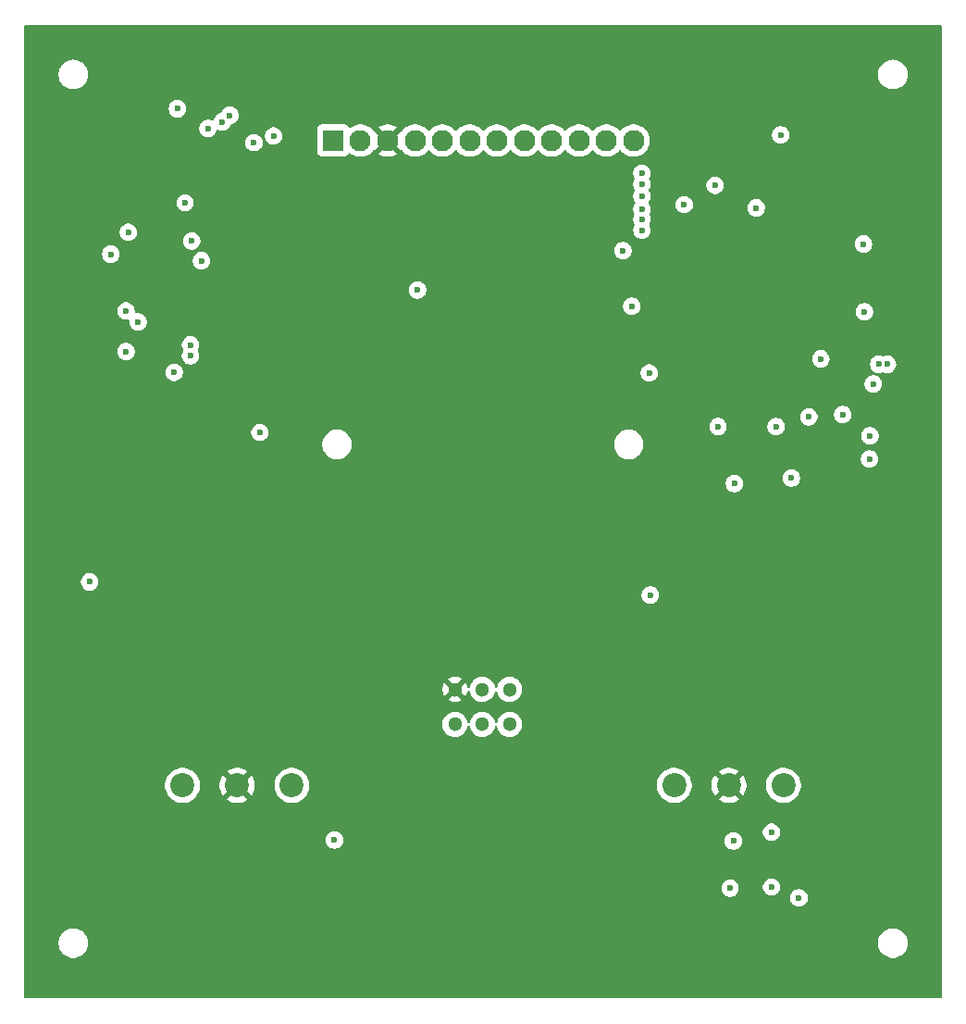
<source format=gbr>
%TF.GenerationSoftware,KiCad,Pcbnew,9.0.6*%
%TF.CreationDate,2025-12-08T21:47:25-05:00*%
%TF.ProjectId,electrical,656c6563-7472-4696-9361-6c2e6b696361,rev?*%
%TF.SameCoordinates,Original*%
%TF.FileFunction,Copper,L2,Inr*%
%TF.FilePolarity,Positive*%
%FSLAX46Y46*%
G04 Gerber Fmt 4.6, Leading zero omitted, Abs format (unit mm)*
G04 Created by KiCad (PCBNEW 9.0.6) date 2025-12-08 21:47:25*
%MOMM*%
%LPD*%
G01*
G04 APERTURE LIST*
%TA.AperFunction,ComponentPad*%
%ADD10C,2.200000*%
%TD*%
%TA.AperFunction,ComponentPad*%
%ADD11C,1.300000*%
%TD*%
%TA.AperFunction,ComponentPad*%
%ADD12R,1.950000X1.950000*%
%TD*%
%TA.AperFunction,ComponentPad*%
%ADD13C,1.950000*%
%TD*%
%TA.AperFunction,ViaPad*%
%ADD14C,0.600000*%
%TD*%
%TA.AperFunction,Conductor*%
%ADD15C,0.200000*%
%TD*%
G04 APERTURE END LIST*
D10*
%TO.N,/Controls/POT_1*%
%TO.C,RV1*%
X141100000Y-125000000D03*
%TO.N,/Connectivity/GND*%
X136100000Y-125000000D03*
%TO.N,/Connectivity/3V0*%
X131100000Y-125000000D03*
%TD*%
%TO.N,/Controls/POT_2*%
%TO.C,RV2*%
X186100000Y-125000000D03*
%TO.N,/Connectivity/GND*%
X181100000Y-125000000D03*
%TO.N,/Connectivity/3V0*%
X176100000Y-125000000D03*
%TD*%
D11*
%TO.N,unconnected-(S1-NC_1-PadA1)*%
%TO.C,S1*%
X161030000Y-119430000D03*
%TO.N,Net-(S1-COM_1)*%
X158530000Y-119430000D03*
%TO.N,/Connectivity/3V0*%
X156030000Y-119430000D03*
%TO.N,unconnected-(S1-NC_2-PadB1)*%
X161030000Y-116230000D03*
%TO.N,Net-(S1-COM_1)*%
X158530000Y-116230000D03*
%TO.N,/Connectivity/GND*%
X156030000Y-116230000D03*
%TD*%
D12*
%TO.N,/Connectivity/3V0*%
%TO.C,U1*%
X144870000Y-66030000D03*
D13*
%TO.N,unconnected-(U1-3V0_OUT-Pad2)*%
X147370000Y-66030000D03*
%TO.N,/Connectivity/GND*%
X149870000Y-66030000D03*
%TO.N,/Connectivity/WIFI_SCK*%
X152370000Y-66030000D03*
%TO.N,/Connectivity/WIFI_MISO*%
X154870000Y-66030000D03*
%TO.N,/Connectivity/WIFI_MOSI*%
X157370000Y-66030000D03*
%TO.N,/Connectivity/WIFI_CS*%
X159870000Y-66030000D03*
%TO.N,/Connectivity/WIFI_BUSY*%
X162370000Y-66030000D03*
%TO.N,/Connectivity/WIFI_RESET*%
X164870000Y-66030000D03*
%TO.N,unconnected-(U1-GPIO_0-Pad10)*%
X167370000Y-66030000D03*
%TO.N,unconnected-(U1-UART_RX-Pad11)*%
X169870000Y-66030000D03*
%TO.N,unconnected-(U1-UART_TX-Pad12)*%
X172370000Y-66030000D03*
%TD*%
D14*
%TO.N,/Display/SCREEN_CS*%
X173130000Y-72330000D03*
X134730000Y-64330000D03*
%TO.N,/Display/SCREEN_D_C*%
X173130000Y-73230000D03*
X133430000Y-64930000D03*
%TO.N,/Display/SCREEN_RST*%
X173130000Y-69030000D03*
X139430000Y-65630000D03*
%TO.N,/Display/SCREEN_BUSY*%
X137630000Y-66230000D03*
X173130000Y-71130000D03*
%TO.N,/Display/1V8*%
X138180000Y-92730000D03*
X132830000Y-77030000D03*
%TO.N,/Display/VSH1*%
X125930000Y-81630000D03*
%TO.N,/Display/VSL*%
X131830000Y-84730000D03*
%TO.N,/Display/VCOM*%
X130330000Y-87230000D03*
%TO.N,/Display/VSH2*%
X131330000Y-71730000D03*
%TO.N,/Display/VGH*%
X125930000Y-85330000D03*
%TO.N,/Display/VGL*%
X131830000Y-85730000D03*
%TO.N,/Display/SCREEN_SCL*%
X135430000Y-63730000D03*
X173130000Y-70030000D03*
%TO.N,/Processor/BOOT0*%
X179830000Y-70130000D03*
%TO.N,/Connectivity/GND*%
X180000000Y-94200000D03*
X185000000Y-75700000D03*
X131500000Y-77600000D03*
X137100000Y-73300000D03*
X184800000Y-136500000D03*
X176900000Y-111800000D03*
X167600000Y-105000000D03*
X137300000Y-85300000D03*
X142500000Y-97900000D03*
X165300000Y-78700000D03*
X178700000Y-97400000D03*
X166900000Y-82700000D03*
X193500000Y-83200000D03*
X162400000Y-82400000D03*
X169200000Y-81100000D03*
X191500000Y-94300000D03*
X126700000Y-111800000D03*
X177900000Y-80000000D03*
X188700000Y-96800000D03*
X170000000Y-130000000D03*
X170200000Y-76000000D03*
X152600000Y-82400000D03*
X178700000Y-75600000D03*
X167200000Y-86600000D03*
X188400000Y-94300000D03*
X196600000Y-81700000D03*
X136100000Y-89400000D03*
X137700000Y-135700000D03*
X136800000Y-93100000D03*
X137200000Y-82300000D03*
X189500000Y-91100000D03*
X196600000Y-75400000D03*
X172400000Y-87400000D03*
X136900000Y-75700000D03*
X184600000Y-94500000D03*
X181100000Y-90900000D03*
X132700000Y-96500000D03*
X193400000Y-76700000D03*
X166400000Y-88600000D03*
X177100000Y-69500000D03*
X138500000Y-128800000D03*
X141100000Y-112100000D03*
X136200000Y-71500000D03*
X190800000Y-111700000D03*
X166200000Y-85000000D03*
X183600000Y-70100000D03*
X183800000Y-134300000D03*
X149600000Y-105000000D03*
X128600000Y-82500000D03*
X137100000Y-79200000D03*
%TO.N,/Controls/ADXL_SDO*%
X189500000Y-86000000D03*
%TO.N,/Controls/ADXL_CS*%
X193950000Y-95150000D03*
%TO.N,/Controls/ADXL_INT2*%
X195600000Y-86500000D03*
%TO.N,/Controls/ADXL_SDI*%
X194000000Y-93050000D03*
%TO.N,/Controls/ADXL_SCL*%
X194300000Y-88300000D03*
%TO.N,/Controls/ADXL_INT1*%
X194800000Y-86500000D03*
%TO.N,/Connectivity/3V0*%
X180100000Y-92200000D03*
X171400000Y-76100000D03*
X186800000Y-96900000D03*
X122600000Y-106400000D03*
X188400000Y-91300000D03*
X193400000Y-75500000D03*
X131930000Y-75230000D03*
X173800000Y-87300000D03*
X152600000Y-79700000D03*
X193500000Y-81700000D03*
X185400000Y-92200000D03*
X172200000Y-81200000D03*
X173900000Y-107600000D03*
X183600000Y-72200000D03*
X181600000Y-97400000D03*
X185000000Y-134300000D03*
X177000000Y-71900000D03*
X181500000Y-130100000D03*
X187500000Y-135300000D03*
X191500000Y-91100000D03*
X181200000Y-134400000D03*
X145000000Y-130000000D03*
X127030000Y-82630000D03*
X185000000Y-129300000D03*
%TO.N,/Display/SCREEN_SDA*%
X130630000Y-63130000D03*
X173130000Y-74230000D03*
%TO.N,/Display/GDR*%
X126130000Y-74430000D03*
%TO.N,/Display/RESE*%
X124530000Y-76430000D03*
%TO.N,/Connectivity/WIFI_CS*%
X185830000Y-65530000D03*
%TD*%
D15*
%TO.N,/Connectivity/GND*%
X180100000Y-120000000D02*
X180000000Y-120000000D01*
X181100000Y-119000000D02*
X180100000Y-120000000D01*
%TD*%
%TA.AperFunction,Conductor*%
%TO.N,/Connectivity/GND*%
G36*
X200542539Y-55520185D02*
G01*
X200588294Y-55572989D01*
X200599500Y-55624500D01*
X200599500Y-144375500D01*
X200579815Y-144442539D01*
X200527011Y-144488294D01*
X200475500Y-144499500D01*
X116724500Y-144499500D01*
X116657461Y-144479815D01*
X116611706Y-144427011D01*
X116600500Y-144375500D01*
X116600500Y-139323713D01*
X119749500Y-139323713D01*
X119749500Y-139536286D01*
X119782753Y-139746239D01*
X119848444Y-139948414D01*
X119944951Y-140137820D01*
X120069890Y-140309786D01*
X120220213Y-140460109D01*
X120392179Y-140585048D01*
X120392181Y-140585049D01*
X120392184Y-140585051D01*
X120581588Y-140681557D01*
X120783757Y-140747246D01*
X120993713Y-140780500D01*
X120993714Y-140780500D01*
X121206286Y-140780500D01*
X121206287Y-140780500D01*
X121416243Y-140747246D01*
X121618412Y-140681557D01*
X121807816Y-140585051D01*
X121829789Y-140569086D01*
X121979786Y-140460109D01*
X121979788Y-140460106D01*
X121979792Y-140460104D01*
X122130104Y-140309792D01*
X122130106Y-140309788D01*
X122130109Y-140309786D01*
X122255048Y-140137820D01*
X122255047Y-140137820D01*
X122255051Y-140137816D01*
X122351557Y-139948412D01*
X122417246Y-139746243D01*
X122450500Y-139536287D01*
X122450500Y-139323713D01*
X194749500Y-139323713D01*
X194749500Y-139536286D01*
X194782753Y-139746239D01*
X194848444Y-139948414D01*
X194944951Y-140137820D01*
X195069890Y-140309786D01*
X195220213Y-140460109D01*
X195392179Y-140585048D01*
X195392181Y-140585049D01*
X195392184Y-140585051D01*
X195581588Y-140681557D01*
X195783757Y-140747246D01*
X195993713Y-140780500D01*
X195993714Y-140780500D01*
X196206286Y-140780500D01*
X196206287Y-140780500D01*
X196416243Y-140747246D01*
X196618412Y-140681557D01*
X196807816Y-140585051D01*
X196829789Y-140569086D01*
X196979786Y-140460109D01*
X196979788Y-140460106D01*
X196979792Y-140460104D01*
X197130104Y-140309792D01*
X197130106Y-140309788D01*
X197130109Y-140309786D01*
X197255048Y-140137820D01*
X197255047Y-140137820D01*
X197255051Y-140137816D01*
X197351557Y-139948412D01*
X197417246Y-139746243D01*
X197450500Y-139536287D01*
X197450500Y-139323713D01*
X197417246Y-139113757D01*
X197351557Y-138911588D01*
X197255051Y-138722184D01*
X197255049Y-138722181D01*
X197255048Y-138722179D01*
X197130109Y-138550213D01*
X196979786Y-138399890D01*
X196807820Y-138274951D01*
X196618414Y-138178444D01*
X196618413Y-138178443D01*
X196618412Y-138178443D01*
X196416243Y-138112754D01*
X196416241Y-138112753D01*
X196416240Y-138112753D01*
X196254957Y-138087208D01*
X196206287Y-138079500D01*
X195993713Y-138079500D01*
X195945042Y-138087208D01*
X195783760Y-138112753D01*
X195581585Y-138178444D01*
X195392179Y-138274951D01*
X195220213Y-138399890D01*
X195069890Y-138550213D01*
X194944951Y-138722179D01*
X194848444Y-138911585D01*
X194782753Y-139113760D01*
X194749500Y-139323713D01*
X122450500Y-139323713D01*
X122417246Y-139113757D01*
X122351557Y-138911588D01*
X122255051Y-138722184D01*
X122255049Y-138722181D01*
X122255048Y-138722179D01*
X122130109Y-138550213D01*
X121979786Y-138399890D01*
X121807820Y-138274951D01*
X121618414Y-138178444D01*
X121618413Y-138178443D01*
X121618412Y-138178443D01*
X121416243Y-138112754D01*
X121416241Y-138112753D01*
X121416240Y-138112753D01*
X121254957Y-138087208D01*
X121206287Y-138079500D01*
X120993713Y-138079500D01*
X120945042Y-138087208D01*
X120783760Y-138112753D01*
X120581585Y-138178444D01*
X120392179Y-138274951D01*
X120220213Y-138399890D01*
X120069890Y-138550213D01*
X119944951Y-138722179D01*
X119848444Y-138911585D01*
X119782753Y-139113760D01*
X119749500Y-139323713D01*
X116600500Y-139323713D01*
X116600500Y-135221153D01*
X186699500Y-135221153D01*
X186699500Y-135378846D01*
X186730261Y-135533489D01*
X186730264Y-135533501D01*
X186790602Y-135679172D01*
X186790609Y-135679185D01*
X186878210Y-135810288D01*
X186878213Y-135810292D01*
X186989707Y-135921786D01*
X186989711Y-135921789D01*
X187120814Y-136009390D01*
X187120827Y-136009397D01*
X187266498Y-136069735D01*
X187266503Y-136069737D01*
X187421153Y-136100499D01*
X187421156Y-136100500D01*
X187421158Y-136100500D01*
X187578844Y-136100500D01*
X187578845Y-136100499D01*
X187733497Y-136069737D01*
X187879179Y-136009394D01*
X188010289Y-135921789D01*
X188121789Y-135810289D01*
X188209394Y-135679179D01*
X188269737Y-135533497D01*
X188300500Y-135378842D01*
X188300500Y-135221158D01*
X188300500Y-135221155D01*
X188300499Y-135221153D01*
X188278269Y-135109397D01*
X188269737Y-135066503D01*
X188209794Y-134921786D01*
X188209397Y-134920827D01*
X188209390Y-134920814D01*
X188121789Y-134789711D01*
X188121786Y-134789707D01*
X188010292Y-134678213D01*
X188010288Y-134678210D01*
X187879185Y-134590609D01*
X187879172Y-134590602D01*
X187733501Y-134530264D01*
X187733489Y-134530261D01*
X187578845Y-134499500D01*
X187578842Y-134499500D01*
X187421158Y-134499500D01*
X187421155Y-134499500D01*
X187266510Y-134530261D01*
X187266498Y-134530264D01*
X187120827Y-134590602D01*
X187120814Y-134590609D01*
X186989711Y-134678210D01*
X186989707Y-134678213D01*
X186878213Y-134789707D01*
X186878210Y-134789711D01*
X186790609Y-134920814D01*
X186790602Y-134920827D01*
X186730264Y-135066498D01*
X186730261Y-135066510D01*
X186699500Y-135221153D01*
X116600500Y-135221153D01*
X116600500Y-134321153D01*
X180399500Y-134321153D01*
X180399500Y-134478846D01*
X180430261Y-134633489D01*
X180430264Y-134633501D01*
X180490602Y-134779172D01*
X180490609Y-134779185D01*
X180578210Y-134910288D01*
X180578213Y-134910292D01*
X180689707Y-135021786D01*
X180689711Y-135021789D01*
X180820814Y-135109390D01*
X180820827Y-135109397D01*
X180966498Y-135169735D01*
X180966503Y-135169737D01*
X181121153Y-135200499D01*
X181121156Y-135200500D01*
X181121158Y-135200500D01*
X181278844Y-135200500D01*
X181278845Y-135200499D01*
X181433497Y-135169737D01*
X181579179Y-135109394D01*
X181710289Y-135021789D01*
X181821789Y-134910289D01*
X181909394Y-134779179D01*
X181969737Y-134633497D01*
X182000500Y-134478842D01*
X182000500Y-134321158D01*
X182000500Y-134321155D01*
X181984209Y-134239258D01*
X181984209Y-134239257D01*
X181980608Y-134221153D01*
X184199500Y-134221153D01*
X184199500Y-134378846D01*
X184230261Y-134533489D01*
X184230264Y-134533501D01*
X184290602Y-134679172D01*
X184290609Y-134679185D01*
X184378210Y-134810288D01*
X184378213Y-134810292D01*
X184489707Y-134921786D01*
X184489711Y-134921789D01*
X184620814Y-135009390D01*
X184620827Y-135009397D01*
X184758683Y-135066498D01*
X184766503Y-135069737D01*
X184921153Y-135100499D01*
X184921156Y-135100500D01*
X184921158Y-135100500D01*
X185078844Y-135100500D01*
X185078845Y-135100499D01*
X185089179Y-135098443D01*
X185114287Y-135093450D01*
X185114292Y-135093449D01*
X185199800Y-135076439D01*
X185233497Y-135069737D01*
X185379179Y-135009394D01*
X185510289Y-134921789D01*
X185621789Y-134810289D01*
X185709394Y-134679179D01*
X185769737Y-134533497D01*
X185800500Y-134378842D01*
X185800500Y-134221158D01*
X185800500Y-134221155D01*
X185800499Y-134221153D01*
X185769738Y-134066510D01*
X185769737Y-134066503D01*
X185750812Y-134020814D01*
X185709397Y-133920827D01*
X185709390Y-133920814D01*
X185621789Y-133789711D01*
X185621786Y-133789707D01*
X185510292Y-133678213D01*
X185510288Y-133678210D01*
X185379185Y-133590609D01*
X185379172Y-133590602D01*
X185233501Y-133530264D01*
X185233489Y-133530261D01*
X185078845Y-133499500D01*
X185078842Y-133499500D01*
X184921158Y-133499500D01*
X184921155Y-133499500D01*
X184766510Y-133530261D01*
X184766498Y-133530264D01*
X184620827Y-133590602D01*
X184620814Y-133590609D01*
X184489711Y-133678210D01*
X184489707Y-133678213D01*
X184378213Y-133789707D01*
X184378210Y-133789711D01*
X184290609Y-133920814D01*
X184290602Y-133920827D01*
X184230264Y-134066498D01*
X184230261Y-134066510D01*
X184199500Y-134221153D01*
X181980608Y-134221153D01*
X181969738Y-134166510D01*
X181969737Y-134166503D01*
X181928314Y-134066498D01*
X181909397Y-134020827D01*
X181909390Y-134020814D01*
X181821789Y-133889711D01*
X181821786Y-133889707D01*
X181710292Y-133778213D01*
X181710288Y-133778210D01*
X181579185Y-133690609D01*
X181579172Y-133690602D01*
X181433501Y-133630264D01*
X181433489Y-133630261D01*
X181278845Y-133599500D01*
X181278842Y-133599500D01*
X181121158Y-133599500D01*
X181121155Y-133599500D01*
X180966510Y-133630261D01*
X180966498Y-133630264D01*
X180820827Y-133690602D01*
X180820814Y-133690609D01*
X180689711Y-133778210D01*
X180689707Y-133778213D01*
X180578213Y-133889707D01*
X180578210Y-133889711D01*
X180490609Y-134020814D01*
X180490602Y-134020827D01*
X180430264Y-134166498D01*
X180430261Y-134166510D01*
X180399500Y-134321153D01*
X116600500Y-134321153D01*
X116600500Y-129921153D01*
X144199500Y-129921153D01*
X144199500Y-130078846D01*
X144230261Y-130233489D01*
X144230264Y-130233501D01*
X144290602Y-130379172D01*
X144290609Y-130379185D01*
X144378210Y-130510288D01*
X144378213Y-130510292D01*
X144489707Y-130621786D01*
X144489711Y-130621789D01*
X144620814Y-130709390D01*
X144620827Y-130709397D01*
X144766498Y-130769735D01*
X144766503Y-130769737D01*
X144921153Y-130800499D01*
X144921156Y-130800500D01*
X144921158Y-130800500D01*
X145078844Y-130800500D01*
X145078845Y-130800499D01*
X145233497Y-130769737D01*
X145379179Y-130709394D01*
X145510289Y-130621789D01*
X145621789Y-130510289D01*
X145709394Y-130379179D01*
X145769737Y-130233497D01*
X145800500Y-130078842D01*
X145800500Y-130021153D01*
X180699500Y-130021153D01*
X180699500Y-130178846D01*
X180730261Y-130333489D01*
X180730264Y-130333501D01*
X180790602Y-130479172D01*
X180790609Y-130479185D01*
X180878210Y-130610288D01*
X180878213Y-130610292D01*
X180989707Y-130721786D01*
X180989711Y-130721789D01*
X181120814Y-130809390D01*
X181120827Y-130809397D01*
X181266498Y-130869735D01*
X181266503Y-130869737D01*
X181421153Y-130900499D01*
X181421156Y-130900500D01*
X181421158Y-130900500D01*
X181578844Y-130900500D01*
X181578845Y-130900499D01*
X181733497Y-130869737D01*
X181879179Y-130809394D01*
X182010289Y-130721789D01*
X182121789Y-130610289D01*
X182209394Y-130479179D01*
X182269737Y-130333497D01*
X182300500Y-130178842D01*
X182300500Y-130021158D01*
X182300500Y-130021155D01*
X182300499Y-130021153D01*
X182280734Y-129921789D01*
X182269737Y-129866503D01*
X182228314Y-129766498D01*
X182209397Y-129720827D01*
X182209390Y-129720814D01*
X182121789Y-129589711D01*
X182121786Y-129589707D01*
X182010292Y-129478213D01*
X182010288Y-129478210D01*
X181879185Y-129390609D01*
X181879172Y-129390602D01*
X181733501Y-129330264D01*
X181733489Y-129330261D01*
X181578845Y-129299500D01*
X181578842Y-129299500D01*
X181421158Y-129299500D01*
X181421155Y-129299500D01*
X181266510Y-129330261D01*
X181266498Y-129330264D01*
X181120827Y-129390602D01*
X181120814Y-129390609D01*
X180989711Y-129478210D01*
X180989707Y-129478213D01*
X180878213Y-129589707D01*
X180878210Y-129589711D01*
X180790609Y-129720814D01*
X180790602Y-129720827D01*
X180730264Y-129866498D01*
X180730261Y-129866510D01*
X180699500Y-130021153D01*
X145800500Y-130021153D01*
X145800500Y-129921158D01*
X145800500Y-129921155D01*
X145800499Y-129921153D01*
X145778447Y-129810292D01*
X145769737Y-129766503D01*
X145733569Y-129679185D01*
X145709397Y-129620827D01*
X145709390Y-129620814D01*
X145621789Y-129489711D01*
X145621786Y-129489707D01*
X145510292Y-129378213D01*
X145510288Y-129378210D01*
X145379185Y-129290609D01*
X145379172Y-129290602D01*
X145233501Y-129230264D01*
X145233489Y-129230261D01*
X145187701Y-129221153D01*
X184199500Y-129221153D01*
X184199500Y-129378846D01*
X184230261Y-129533489D01*
X184230264Y-129533501D01*
X184290602Y-129679172D01*
X184290609Y-129679185D01*
X184378210Y-129810288D01*
X184378213Y-129810292D01*
X184489707Y-129921786D01*
X184489711Y-129921789D01*
X184620814Y-130009390D01*
X184620827Y-130009397D01*
X184766498Y-130069735D01*
X184766503Y-130069737D01*
X184921153Y-130100499D01*
X184921156Y-130100500D01*
X184921158Y-130100500D01*
X185078844Y-130100500D01*
X185078845Y-130100499D01*
X185233497Y-130069737D01*
X185379179Y-130009394D01*
X185510289Y-129921789D01*
X185621789Y-129810289D01*
X185709394Y-129679179D01*
X185769737Y-129533497D01*
X185800500Y-129378842D01*
X185800500Y-129221158D01*
X185800500Y-129221155D01*
X185800499Y-129221153D01*
X185769738Y-129066510D01*
X185769737Y-129066503D01*
X185769735Y-129066498D01*
X185709397Y-128920827D01*
X185709390Y-128920814D01*
X185621789Y-128789711D01*
X185621786Y-128789707D01*
X185510292Y-128678213D01*
X185510288Y-128678210D01*
X185379185Y-128590609D01*
X185379172Y-128590602D01*
X185233501Y-128530264D01*
X185233489Y-128530261D01*
X185078845Y-128499500D01*
X185078842Y-128499500D01*
X184921158Y-128499500D01*
X184921155Y-128499500D01*
X184766510Y-128530261D01*
X184766498Y-128530264D01*
X184620827Y-128590602D01*
X184620814Y-128590609D01*
X184489711Y-128678210D01*
X184489707Y-128678213D01*
X184378213Y-128789707D01*
X184378210Y-128789711D01*
X184290609Y-128920814D01*
X184290602Y-128920827D01*
X184230264Y-129066498D01*
X184230261Y-129066510D01*
X184199500Y-129221153D01*
X145187701Y-129221153D01*
X145078845Y-129199500D01*
X145078842Y-129199500D01*
X144921158Y-129199500D01*
X144921155Y-129199500D01*
X144766510Y-129230261D01*
X144766498Y-129230264D01*
X144620827Y-129290602D01*
X144620814Y-129290609D01*
X144489711Y-129378210D01*
X144489707Y-129378213D01*
X144378213Y-129489707D01*
X144378210Y-129489711D01*
X144290609Y-129620814D01*
X144290602Y-129620827D01*
X144230264Y-129766498D01*
X144230261Y-129766510D01*
X144199500Y-129921153D01*
X116600500Y-129921153D01*
X116600500Y-124874038D01*
X129499500Y-124874038D01*
X129499500Y-125125961D01*
X129538910Y-125374785D01*
X129616760Y-125614383D01*
X129695413Y-125768747D01*
X129730995Y-125838581D01*
X129731132Y-125838848D01*
X129879201Y-126042649D01*
X129879205Y-126042654D01*
X130057345Y-126220794D01*
X130057350Y-126220798D01*
X130158449Y-126294250D01*
X130261155Y-126368870D01*
X130404184Y-126441747D01*
X130485616Y-126483239D01*
X130485618Y-126483239D01*
X130485621Y-126483241D01*
X130725215Y-126561090D01*
X130974038Y-126600500D01*
X130974039Y-126600500D01*
X131225961Y-126600500D01*
X131225962Y-126600500D01*
X131474785Y-126561090D01*
X131714379Y-126483241D01*
X131938845Y-126368870D01*
X132142656Y-126220793D01*
X132320793Y-126042656D01*
X132468870Y-125838845D01*
X132583241Y-125614379D01*
X132661090Y-125374785D01*
X132700500Y-125125962D01*
X132700500Y-124874071D01*
X134500000Y-124874071D01*
X134500000Y-125125928D01*
X134539397Y-125374669D01*
X134617219Y-125614184D01*
X134731557Y-125838583D01*
X134805748Y-125940697D01*
X134805748Y-125940698D01*
X135617037Y-125129409D01*
X135634075Y-125192993D01*
X135699901Y-125307007D01*
X135792993Y-125400099D01*
X135907007Y-125465925D01*
X135970590Y-125482962D01*
X135159300Y-126294250D01*
X135261416Y-126368442D01*
X135485815Y-126482780D01*
X135725330Y-126560602D01*
X135974072Y-126600000D01*
X136225928Y-126600000D01*
X136474669Y-126560602D01*
X136714184Y-126482780D01*
X136938575Y-126368446D01*
X136938581Y-126368442D01*
X137040697Y-126294250D01*
X137040698Y-126294250D01*
X136229409Y-125482962D01*
X136292993Y-125465925D01*
X136407007Y-125400099D01*
X136500099Y-125307007D01*
X136565925Y-125192993D01*
X136582962Y-125129409D01*
X137394250Y-125940698D01*
X137394250Y-125940697D01*
X137468442Y-125838581D01*
X137468446Y-125838575D01*
X137582780Y-125614184D01*
X137660602Y-125374669D01*
X137700000Y-125125928D01*
X137700000Y-124874071D01*
X137699995Y-124874038D01*
X139499500Y-124874038D01*
X139499500Y-125125961D01*
X139538910Y-125374785D01*
X139616760Y-125614383D01*
X139695413Y-125768747D01*
X139730995Y-125838581D01*
X139731132Y-125838848D01*
X139879201Y-126042649D01*
X139879205Y-126042654D01*
X140057345Y-126220794D01*
X140057350Y-126220798D01*
X140158449Y-126294250D01*
X140261155Y-126368870D01*
X140404184Y-126441747D01*
X140485616Y-126483239D01*
X140485618Y-126483239D01*
X140485621Y-126483241D01*
X140725215Y-126561090D01*
X140974038Y-126600500D01*
X140974039Y-126600500D01*
X141225961Y-126600500D01*
X141225962Y-126600500D01*
X141474785Y-126561090D01*
X141714379Y-126483241D01*
X141938845Y-126368870D01*
X142142656Y-126220793D01*
X142320793Y-126042656D01*
X142468870Y-125838845D01*
X142583241Y-125614379D01*
X142661090Y-125374785D01*
X142700500Y-125125962D01*
X142700500Y-124874038D01*
X174499500Y-124874038D01*
X174499500Y-125125961D01*
X174538910Y-125374785D01*
X174616760Y-125614383D01*
X174695413Y-125768747D01*
X174730995Y-125838581D01*
X174731132Y-125838848D01*
X174879201Y-126042649D01*
X174879205Y-126042654D01*
X175057345Y-126220794D01*
X175057350Y-126220798D01*
X175158449Y-126294250D01*
X175261155Y-126368870D01*
X175404184Y-126441747D01*
X175485616Y-126483239D01*
X175485618Y-126483239D01*
X175485621Y-126483241D01*
X175725215Y-126561090D01*
X175974038Y-126600500D01*
X175974039Y-126600500D01*
X176225961Y-126600500D01*
X176225962Y-126600500D01*
X176474785Y-126561090D01*
X176714379Y-126483241D01*
X176938845Y-126368870D01*
X177142656Y-126220793D01*
X177320793Y-126042656D01*
X177468870Y-125838845D01*
X177583241Y-125614379D01*
X177661090Y-125374785D01*
X177700500Y-125125962D01*
X177700500Y-124874071D01*
X179500000Y-124874071D01*
X179500000Y-125125928D01*
X179539397Y-125374669D01*
X179617219Y-125614184D01*
X179731557Y-125838583D01*
X179805748Y-125940697D01*
X179805748Y-125940698D01*
X180617037Y-125129409D01*
X180634075Y-125192993D01*
X180699901Y-125307007D01*
X180792993Y-125400099D01*
X180907007Y-125465925D01*
X180970590Y-125482962D01*
X180159300Y-126294250D01*
X180261416Y-126368442D01*
X180485815Y-126482780D01*
X180725330Y-126560602D01*
X180974072Y-126600000D01*
X181225928Y-126600000D01*
X181474669Y-126560602D01*
X181714184Y-126482780D01*
X181938575Y-126368446D01*
X181938581Y-126368442D01*
X182040697Y-126294250D01*
X182040698Y-126294250D01*
X181229409Y-125482962D01*
X181292993Y-125465925D01*
X181407007Y-125400099D01*
X181500099Y-125307007D01*
X181565925Y-125192993D01*
X181582962Y-125129409D01*
X182394250Y-125940698D01*
X182394250Y-125940697D01*
X182468442Y-125838581D01*
X182468446Y-125838575D01*
X182582780Y-125614184D01*
X182660602Y-125374669D01*
X182700000Y-125125928D01*
X182700000Y-124874071D01*
X182699995Y-124874038D01*
X184499500Y-124874038D01*
X184499500Y-125125961D01*
X184538910Y-125374785D01*
X184616760Y-125614383D01*
X184695413Y-125768747D01*
X184730995Y-125838581D01*
X184731132Y-125838848D01*
X184879201Y-126042649D01*
X184879205Y-126042654D01*
X185057345Y-126220794D01*
X185057350Y-126220798D01*
X185158449Y-126294250D01*
X185261155Y-126368870D01*
X185404184Y-126441747D01*
X185485616Y-126483239D01*
X185485618Y-126483239D01*
X185485621Y-126483241D01*
X185725215Y-126561090D01*
X185974038Y-126600500D01*
X185974039Y-126600500D01*
X186225961Y-126600500D01*
X186225962Y-126600500D01*
X186474785Y-126561090D01*
X186714379Y-126483241D01*
X186938845Y-126368870D01*
X187142656Y-126220793D01*
X187320793Y-126042656D01*
X187468870Y-125838845D01*
X187583241Y-125614379D01*
X187661090Y-125374785D01*
X187700500Y-125125962D01*
X187700500Y-124874038D01*
X187661090Y-124625215D01*
X187583241Y-124385621D01*
X187583239Y-124385618D01*
X187583239Y-124385616D01*
X187541747Y-124304184D01*
X187468870Y-124161155D01*
X187394868Y-124059300D01*
X187320798Y-123957350D01*
X187320794Y-123957345D01*
X187142654Y-123779205D01*
X187142649Y-123779201D01*
X186938848Y-123631132D01*
X186938847Y-123631131D01*
X186938845Y-123631130D01*
X186868747Y-123595413D01*
X186714383Y-123516760D01*
X186474785Y-123438910D01*
X186225962Y-123399500D01*
X185974038Y-123399500D01*
X185849626Y-123419205D01*
X185725214Y-123438910D01*
X185485616Y-123516760D01*
X185261151Y-123631132D01*
X185057350Y-123779201D01*
X185057345Y-123779205D01*
X184879205Y-123957345D01*
X184879201Y-123957350D01*
X184731132Y-124161151D01*
X184616760Y-124385616D01*
X184538910Y-124625214D01*
X184499500Y-124874038D01*
X182699995Y-124874038D01*
X182660602Y-124625330D01*
X182582780Y-124385815D01*
X182468442Y-124161416D01*
X182394250Y-124059301D01*
X182394250Y-124059300D01*
X181582962Y-124870589D01*
X181565925Y-124807007D01*
X181500099Y-124692993D01*
X181407007Y-124599901D01*
X181292993Y-124534075D01*
X181229408Y-124517037D01*
X182040698Y-123705748D01*
X181938583Y-123631557D01*
X181714184Y-123517219D01*
X181474669Y-123439397D01*
X181225928Y-123400000D01*
X180974072Y-123400000D01*
X180725330Y-123439397D01*
X180485815Y-123517219D01*
X180261413Y-123631559D01*
X180159301Y-123705747D01*
X180159300Y-123705748D01*
X180970590Y-124517037D01*
X180907007Y-124534075D01*
X180792993Y-124599901D01*
X180699901Y-124692993D01*
X180634075Y-124807007D01*
X180617037Y-124870590D01*
X179805748Y-124059300D01*
X179805747Y-124059301D01*
X179731559Y-124161413D01*
X179617219Y-124385815D01*
X179539397Y-124625330D01*
X179500000Y-124874071D01*
X177700500Y-124874071D01*
X177700500Y-124874038D01*
X177661090Y-124625215D01*
X177583241Y-124385621D01*
X177583239Y-124385618D01*
X177583239Y-124385616D01*
X177541747Y-124304184D01*
X177468870Y-124161155D01*
X177394868Y-124059300D01*
X177320798Y-123957350D01*
X177320794Y-123957345D01*
X177142654Y-123779205D01*
X177142649Y-123779201D01*
X176938848Y-123631132D01*
X176938847Y-123631131D01*
X176938845Y-123631130D01*
X176868747Y-123595413D01*
X176714383Y-123516760D01*
X176474785Y-123438910D01*
X176225962Y-123399500D01*
X175974038Y-123399500D01*
X175849626Y-123419205D01*
X175725214Y-123438910D01*
X175485616Y-123516760D01*
X175261151Y-123631132D01*
X175057350Y-123779201D01*
X175057345Y-123779205D01*
X174879205Y-123957345D01*
X174879201Y-123957350D01*
X174731132Y-124161151D01*
X174616760Y-124385616D01*
X174538910Y-124625214D01*
X174499500Y-124874038D01*
X142700500Y-124874038D01*
X142661090Y-124625215D01*
X142583241Y-124385621D01*
X142583239Y-124385618D01*
X142583239Y-124385616D01*
X142541747Y-124304184D01*
X142468870Y-124161155D01*
X142394868Y-124059300D01*
X142320798Y-123957350D01*
X142320794Y-123957345D01*
X142142654Y-123779205D01*
X142142649Y-123779201D01*
X141938848Y-123631132D01*
X141938847Y-123631131D01*
X141938845Y-123631130D01*
X141868747Y-123595413D01*
X141714383Y-123516760D01*
X141474785Y-123438910D01*
X141225962Y-123399500D01*
X140974038Y-123399500D01*
X140849626Y-123419205D01*
X140725214Y-123438910D01*
X140485616Y-123516760D01*
X140261151Y-123631132D01*
X140057350Y-123779201D01*
X140057345Y-123779205D01*
X139879205Y-123957345D01*
X139879201Y-123957350D01*
X139731132Y-124161151D01*
X139616760Y-124385616D01*
X139538910Y-124625214D01*
X139499500Y-124874038D01*
X137699995Y-124874038D01*
X137660602Y-124625330D01*
X137582780Y-124385815D01*
X137468442Y-124161416D01*
X137394250Y-124059301D01*
X137394250Y-124059300D01*
X136582962Y-124870589D01*
X136565925Y-124807007D01*
X136500099Y-124692993D01*
X136407007Y-124599901D01*
X136292993Y-124534075D01*
X136229408Y-124517037D01*
X137040698Y-123705748D01*
X136938583Y-123631557D01*
X136714184Y-123517219D01*
X136474669Y-123439397D01*
X136225928Y-123400000D01*
X135974072Y-123400000D01*
X135725330Y-123439397D01*
X135485815Y-123517219D01*
X135261413Y-123631559D01*
X135159301Y-123705747D01*
X135159300Y-123705748D01*
X135970590Y-124517037D01*
X135907007Y-124534075D01*
X135792993Y-124599901D01*
X135699901Y-124692993D01*
X135634075Y-124807007D01*
X135617037Y-124870590D01*
X134805748Y-124059300D01*
X134805747Y-124059301D01*
X134731559Y-124161413D01*
X134617219Y-124385815D01*
X134539397Y-124625330D01*
X134500000Y-124874071D01*
X132700500Y-124874071D01*
X132700500Y-124874038D01*
X132661090Y-124625215D01*
X132583241Y-124385621D01*
X132583239Y-124385618D01*
X132583239Y-124385616D01*
X132541747Y-124304184D01*
X132468870Y-124161155D01*
X132394868Y-124059300D01*
X132320798Y-123957350D01*
X132320794Y-123957345D01*
X132142654Y-123779205D01*
X132142649Y-123779201D01*
X131938848Y-123631132D01*
X131938847Y-123631131D01*
X131938845Y-123631130D01*
X131868747Y-123595413D01*
X131714383Y-123516760D01*
X131474785Y-123438910D01*
X131225962Y-123399500D01*
X130974038Y-123399500D01*
X130849626Y-123419205D01*
X130725214Y-123438910D01*
X130485616Y-123516760D01*
X130261151Y-123631132D01*
X130057350Y-123779201D01*
X130057345Y-123779205D01*
X129879205Y-123957345D01*
X129879201Y-123957350D01*
X129731132Y-124161151D01*
X129616760Y-124385616D01*
X129538910Y-124625214D01*
X129499500Y-124874038D01*
X116600500Y-124874038D01*
X116600500Y-119339448D01*
X154879500Y-119339448D01*
X154879500Y-119520551D01*
X154907829Y-119699410D01*
X154963787Y-119871636D01*
X154963788Y-119871639D01*
X155046006Y-120032997D01*
X155152441Y-120179494D01*
X155152445Y-120179499D01*
X155280500Y-120307554D01*
X155280505Y-120307558D01*
X155408287Y-120400396D01*
X155427006Y-120413996D01*
X155532484Y-120467740D01*
X155588360Y-120496211D01*
X155588363Y-120496212D01*
X155674476Y-120524191D01*
X155760591Y-120552171D01*
X155843429Y-120565291D01*
X155939449Y-120580500D01*
X155939454Y-120580500D01*
X156120551Y-120580500D01*
X156207259Y-120566765D01*
X156299409Y-120552171D01*
X156471639Y-120496211D01*
X156632994Y-120413996D01*
X156779501Y-120307553D01*
X156907553Y-120179501D01*
X157013996Y-120032994D01*
X157096211Y-119871639D01*
X157152171Y-119699409D01*
X157157527Y-119665594D01*
X157187456Y-119602459D01*
X157246768Y-119565528D01*
X157316630Y-119566526D01*
X157374863Y-119605136D01*
X157402473Y-119665594D01*
X157407829Y-119699410D01*
X157463787Y-119871636D01*
X157463788Y-119871639D01*
X157546006Y-120032997D01*
X157652441Y-120179494D01*
X157652445Y-120179499D01*
X157780500Y-120307554D01*
X157780505Y-120307558D01*
X157908287Y-120400396D01*
X157927006Y-120413996D01*
X158032484Y-120467740D01*
X158088360Y-120496211D01*
X158088363Y-120496212D01*
X158174476Y-120524191D01*
X158260591Y-120552171D01*
X158343429Y-120565291D01*
X158439449Y-120580500D01*
X158439454Y-120580500D01*
X158620551Y-120580500D01*
X158707259Y-120566765D01*
X158799409Y-120552171D01*
X158971639Y-120496211D01*
X159132994Y-120413996D01*
X159279501Y-120307553D01*
X159407553Y-120179501D01*
X159513996Y-120032994D01*
X159596211Y-119871639D01*
X159652171Y-119699409D01*
X159657527Y-119665594D01*
X159687456Y-119602459D01*
X159746768Y-119565528D01*
X159816630Y-119566526D01*
X159874863Y-119605136D01*
X159902473Y-119665594D01*
X159907829Y-119699410D01*
X159963787Y-119871636D01*
X159963788Y-119871639D01*
X160046006Y-120032997D01*
X160152441Y-120179494D01*
X160152445Y-120179499D01*
X160280500Y-120307554D01*
X160280505Y-120307558D01*
X160408287Y-120400396D01*
X160427006Y-120413996D01*
X160532484Y-120467740D01*
X160588360Y-120496211D01*
X160588363Y-120496212D01*
X160674476Y-120524191D01*
X160760591Y-120552171D01*
X160843429Y-120565291D01*
X160939449Y-120580500D01*
X160939454Y-120580500D01*
X161120551Y-120580500D01*
X161207259Y-120566765D01*
X161299409Y-120552171D01*
X161471639Y-120496211D01*
X161632994Y-120413996D01*
X161779501Y-120307553D01*
X161907553Y-120179501D01*
X162013996Y-120032994D01*
X162096211Y-119871639D01*
X162152171Y-119699409D01*
X162173376Y-119565528D01*
X162180500Y-119520551D01*
X162180500Y-119339448D01*
X162164019Y-119235397D01*
X162152171Y-119160591D01*
X162096211Y-118988361D01*
X162096211Y-118988360D01*
X162067740Y-118932484D01*
X162013996Y-118827006D01*
X162000396Y-118808287D01*
X161907558Y-118680505D01*
X161907554Y-118680500D01*
X161779499Y-118552445D01*
X161779494Y-118552441D01*
X161632997Y-118446006D01*
X161632996Y-118446005D01*
X161632994Y-118446004D01*
X161581300Y-118419664D01*
X161471639Y-118363788D01*
X161471636Y-118363787D01*
X161299410Y-118307829D01*
X161120551Y-118279500D01*
X161120546Y-118279500D01*
X160939454Y-118279500D01*
X160939449Y-118279500D01*
X160760589Y-118307829D01*
X160588363Y-118363787D01*
X160588360Y-118363788D01*
X160427002Y-118446006D01*
X160280505Y-118552441D01*
X160280500Y-118552445D01*
X160152445Y-118680500D01*
X160152441Y-118680505D01*
X160046006Y-118827002D01*
X159963788Y-118988360D01*
X159963787Y-118988363D01*
X159907829Y-119160589D01*
X159902473Y-119194406D01*
X159872543Y-119257540D01*
X159813232Y-119294471D01*
X159743369Y-119293473D01*
X159685137Y-119254863D01*
X159657527Y-119194406D01*
X159656083Y-119185291D01*
X159652171Y-119160591D01*
X159596211Y-118988361D01*
X159596211Y-118988360D01*
X159567740Y-118932484D01*
X159513996Y-118827006D01*
X159500396Y-118808287D01*
X159407558Y-118680505D01*
X159407554Y-118680500D01*
X159279499Y-118552445D01*
X159279494Y-118552441D01*
X159132997Y-118446006D01*
X159132996Y-118446005D01*
X159132994Y-118446004D01*
X159081300Y-118419664D01*
X158971639Y-118363788D01*
X158971636Y-118363787D01*
X158799410Y-118307829D01*
X158620551Y-118279500D01*
X158620546Y-118279500D01*
X158439454Y-118279500D01*
X158439449Y-118279500D01*
X158260589Y-118307829D01*
X158088363Y-118363787D01*
X158088360Y-118363788D01*
X157927002Y-118446006D01*
X157780505Y-118552441D01*
X157780500Y-118552445D01*
X157652445Y-118680500D01*
X157652441Y-118680505D01*
X157546006Y-118827002D01*
X157463788Y-118988360D01*
X157463787Y-118988363D01*
X157407829Y-119160589D01*
X157402473Y-119194406D01*
X157372543Y-119257540D01*
X157313232Y-119294471D01*
X157243369Y-119293473D01*
X157185137Y-119254863D01*
X157157527Y-119194406D01*
X157156083Y-119185291D01*
X157152171Y-119160591D01*
X157096211Y-118988361D01*
X157096211Y-118988360D01*
X157067740Y-118932484D01*
X157013996Y-118827006D01*
X157000396Y-118808287D01*
X156907558Y-118680505D01*
X156907554Y-118680500D01*
X156779499Y-118552445D01*
X156779494Y-118552441D01*
X156632997Y-118446006D01*
X156632996Y-118446005D01*
X156632994Y-118446004D01*
X156581300Y-118419664D01*
X156471639Y-118363788D01*
X156471636Y-118363787D01*
X156299410Y-118307829D01*
X156120551Y-118279500D01*
X156120546Y-118279500D01*
X155939454Y-118279500D01*
X155939449Y-118279500D01*
X155760589Y-118307829D01*
X155588363Y-118363787D01*
X155588360Y-118363788D01*
X155427002Y-118446006D01*
X155280505Y-118552441D01*
X155280500Y-118552445D01*
X155152445Y-118680500D01*
X155152441Y-118680505D01*
X155046006Y-118827002D01*
X154963788Y-118988360D01*
X154963787Y-118988363D01*
X154907829Y-119160589D01*
X154879500Y-119339448D01*
X116600500Y-119339448D01*
X116600500Y-116139493D01*
X154880000Y-116139493D01*
X154880000Y-116320506D01*
X154908317Y-116499293D01*
X154964251Y-116671444D01*
X154964252Y-116671447D01*
X155046431Y-116832730D01*
X155057913Y-116848532D01*
X155057913Y-116848533D01*
X155630000Y-116276446D01*
X155630000Y-116282661D01*
X155657259Y-116384394D01*
X155709920Y-116475606D01*
X155784394Y-116550080D01*
X155875606Y-116602741D01*
X155977339Y-116630000D01*
X155983553Y-116630000D01*
X155411466Y-117202085D01*
X155411466Y-117202086D01*
X155427267Y-117213566D01*
X155427275Y-117213571D01*
X155588552Y-117295747D01*
X155588555Y-117295748D01*
X155760706Y-117351682D01*
X155939494Y-117380000D01*
X156120506Y-117380000D01*
X156299293Y-117351682D01*
X156471444Y-117295748D01*
X156471452Y-117295745D01*
X156632730Y-117213568D01*
X156648532Y-117202085D01*
X156648533Y-117202085D01*
X156076448Y-116630000D01*
X156082661Y-116630000D01*
X156184394Y-116602741D01*
X156275606Y-116550080D01*
X156350080Y-116475606D01*
X156402741Y-116384394D01*
X156430000Y-116282661D01*
X156430000Y-116276448D01*
X157002085Y-116848533D01*
X157002085Y-116848532D01*
X157013568Y-116832730D01*
X157095745Y-116671452D01*
X157095748Y-116671444D01*
X157151681Y-116499296D01*
X157157272Y-116463997D01*
X157187201Y-116400861D01*
X157246511Y-116363929D01*
X157316374Y-116364925D01*
X157374607Y-116403534D01*
X157402219Y-116463992D01*
X157407829Y-116499411D01*
X157463787Y-116671636D01*
X157463788Y-116671639D01*
X157519664Y-116781300D01*
X157545869Y-116832730D01*
X157546006Y-116832997D01*
X157652441Y-116979494D01*
X157652445Y-116979499D01*
X157780500Y-117107554D01*
X157780505Y-117107558D01*
X157908287Y-117200396D01*
X157927006Y-117213996D01*
X158032484Y-117267740D01*
X158088360Y-117296211D01*
X158088363Y-117296212D01*
X158174476Y-117324191D01*
X158260591Y-117352171D01*
X158343429Y-117365291D01*
X158439449Y-117380500D01*
X158439454Y-117380500D01*
X158620551Y-117380500D01*
X158707259Y-117366765D01*
X158799409Y-117352171D01*
X158971639Y-117296211D01*
X159132994Y-117213996D01*
X159279501Y-117107553D01*
X159407553Y-116979501D01*
X159513996Y-116832994D01*
X159596211Y-116671639D01*
X159652171Y-116499409D01*
X159657527Y-116465594D01*
X159687456Y-116402459D01*
X159746768Y-116365528D01*
X159816630Y-116366526D01*
X159874863Y-116405136D01*
X159902473Y-116465594D01*
X159907829Y-116499410D01*
X159963787Y-116671636D01*
X159963788Y-116671639D01*
X160019664Y-116781300D01*
X160045869Y-116832730D01*
X160046006Y-116832997D01*
X160152441Y-116979494D01*
X160152445Y-116979499D01*
X160280500Y-117107554D01*
X160280505Y-117107558D01*
X160408287Y-117200396D01*
X160427006Y-117213996D01*
X160532484Y-117267740D01*
X160588360Y-117296211D01*
X160588363Y-117296212D01*
X160674476Y-117324191D01*
X160760591Y-117352171D01*
X160843429Y-117365291D01*
X160939449Y-117380500D01*
X160939454Y-117380500D01*
X161120551Y-117380500D01*
X161207259Y-117366765D01*
X161299409Y-117352171D01*
X161471639Y-117296211D01*
X161632994Y-117213996D01*
X161779501Y-117107553D01*
X161907553Y-116979501D01*
X162013996Y-116832994D01*
X162096211Y-116671639D01*
X162152171Y-116499409D01*
X162173629Y-116363929D01*
X162180500Y-116320551D01*
X162180500Y-116139448D01*
X162157780Y-115996007D01*
X162152171Y-115960591D01*
X162096273Y-115788552D01*
X162096212Y-115788363D01*
X162096211Y-115788360D01*
X162067740Y-115732484D01*
X162013996Y-115627006D01*
X162000396Y-115608287D01*
X161907558Y-115480505D01*
X161907554Y-115480500D01*
X161779499Y-115352445D01*
X161779494Y-115352441D01*
X161632997Y-115246006D01*
X161632996Y-115246005D01*
X161632994Y-115246004D01*
X161581300Y-115219664D01*
X161471639Y-115163788D01*
X161471636Y-115163787D01*
X161299410Y-115107829D01*
X161120551Y-115079500D01*
X161120546Y-115079500D01*
X160939454Y-115079500D01*
X160939449Y-115079500D01*
X160760589Y-115107829D01*
X160588363Y-115163787D01*
X160588360Y-115163788D01*
X160427002Y-115246006D01*
X160280505Y-115352441D01*
X160280500Y-115352445D01*
X160152445Y-115480500D01*
X160152441Y-115480505D01*
X160046006Y-115627002D01*
X159963788Y-115788360D01*
X159963787Y-115788363D01*
X159907829Y-115960589D01*
X159902473Y-115994406D01*
X159872543Y-116057540D01*
X159813232Y-116094471D01*
X159743369Y-116093473D01*
X159685137Y-116054863D01*
X159657527Y-115994406D01*
X159652189Y-115960706D01*
X159652171Y-115960591D01*
X159596273Y-115788552D01*
X159596212Y-115788363D01*
X159596211Y-115788360D01*
X159567740Y-115732484D01*
X159513996Y-115627006D01*
X159500396Y-115608287D01*
X159407558Y-115480505D01*
X159407554Y-115480500D01*
X159279499Y-115352445D01*
X159279494Y-115352441D01*
X159132997Y-115246006D01*
X159132996Y-115246005D01*
X159132994Y-115246004D01*
X159081300Y-115219664D01*
X158971639Y-115163788D01*
X158971636Y-115163787D01*
X158799410Y-115107829D01*
X158620551Y-115079500D01*
X158620546Y-115079500D01*
X158439454Y-115079500D01*
X158439449Y-115079500D01*
X158260589Y-115107829D01*
X158088363Y-115163787D01*
X158088360Y-115163788D01*
X157927002Y-115246006D01*
X157780505Y-115352441D01*
X157780500Y-115352445D01*
X157652445Y-115480500D01*
X157652441Y-115480505D01*
X157546006Y-115627002D01*
X157463788Y-115788360D01*
X157463787Y-115788363D01*
X157407829Y-115960588D01*
X157402219Y-115996007D01*
X157372288Y-116059141D01*
X157312976Y-116096072D01*
X157243113Y-116095072D01*
X157184881Y-116056461D01*
X157157272Y-115996003D01*
X157151681Y-115960702D01*
X157095748Y-115788555D01*
X157095747Y-115788552D01*
X157013571Y-115627275D01*
X157013566Y-115627267D01*
X157002085Y-115611466D01*
X156430000Y-116183551D01*
X156430000Y-116177339D01*
X156402741Y-116075606D01*
X156350080Y-115984394D01*
X156275606Y-115909920D01*
X156184394Y-115857259D01*
X156082661Y-115830000D01*
X156076447Y-115830000D01*
X156648533Y-115257913D01*
X156632730Y-115246431D01*
X156471447Y-115164252D01*
X156471444Y-115164251D01*
X156299293Y-115108317D01*
X156120506Y-115080000D01*
X155939494Y-115080000D01*
X155760706Y-115108317D01*
X155588555Y-115164251D01*
X155588547Y-115164254D01*
X155427269Y-115246432D01*
X155411466Y-115257912D01*
X155411466Y-115257913D01*
X155983554Y-115830000D01*
X155977339Y-115830000D01*
X155875606Y-115857259D01*
X155784394Y-115909920D01*
X155709920Y-115984394D01*
X155657259Y-116075606D01*
X155630000Y-116177339D01*
X155630000Y-116183553D01*
X155057913Y-115611466D01*
X155057912Y-115611466D01*
X155046432Y-115627269D01*
X154964254Y-115788547D01*
X154964251Y-115788555D01*
X154908317Y-115960706D01*
X154880000Y-116139493D01*
X116600500Y-116139493D01*
X116600500Y-107521153D01*
X173099500Y-107521153D01*
X173099500Y-107678846D01*
X173130261Y-107833489D01*
X173130264Y-107833501D01*
X173190602Y-107979172D01*
X173190609Y-107979185D01*
X173278210Y-108110288D01*
X173278213Y-108110292D01*
X173389707Y-108221786D01*
X173389711Y-108221789D01*
X173520814Y-108309390D01*
X173520827Y-108309397D01*
X173666498Y-108369735D01*
X173666503Y-108369737D01*
X173821153Y-108400499D01*
X173821156Y-108400500D01*
X173821158Y-108400500D01*
X173978844Y-108400500D01*
X173978845Y-108400499D01*
X174133497Y-108369737D01*
X174279179Y-108309394D01*
X174410289Y-108221789D01*
X174521789Y-108110289D01*
X174609394Y-107979179D01*
X174669737Y-107833497D01*
X174700500Y-107678842D01*
X174700500Y-107521158D01*
X174700500Y-107521155D01*
X174700499Y-107521153D01*
X174669738Y-107366510D01*
X174669737Y-107366503D01*
X174669735Y-107366498D01*
X174609397Y-107220827D01*
X174609390Y-107220814D01*
X174521789Y-107089711D01*
X174521786Y-107089707D01*
X174410292Y-106978213D01*
X174410288Y-106978210D01*
X174279185Y-106890609D01*
X174279172Y-106890602D01*
X174133501Y-106830264D01*
X174133489Y-106830261D01*
X173978845Y-106799500D01*
X173978842Y-106799500D01*
X173821158Y-106799500D01*
X173821155Y-106799500D01*
X173666510Y-106830261D01*
X173666498Y-106830264D01*
X173520827Y-106890602D01*
X173520814Y-106890609D01*
X173389711Y-106978210D01*
X173389707Y-106978213D01*
X173278213Y-107089707D01*
X173278210Y-107089711D01*
X173190609Y-107220814D01*
X173190602Y-107220827D01*
X173130264Y-107366498D01*
X173130261Y-107366510D01*
X173099500Y-107521153D01*
X116600500Y-107521153D01*
X116600500Y-106321153D01*
X121799500Y-106321153D01*
X121799500Y-106478846D01*
X121830261Y-106633489D01*
X121830264Y-106633501D01*
X121890602Y-106779172D01*
X121890609Y-106779185D01*
X121978210Y-106910288D01*
X121978213Y-106910292D01*
X122089707Y-107021786D01*
X122089711Y-107021789D01*
X122220814Y-107109390D01*
X122220827Y-107109397D01*
X122366498Y-107169735D01*
X122366503Y-107169737D01*
X122521153Y-107200499D01*
X122521156Y-107200500D01*
X122521158Y-107200500D01*
X122678844Y-107200500D01*
X122678845Y-107200499D01*
X122833497Y-107169737D01*
X122979179Y-107109394D01*
X123110289Y-107021789D01*
X123221789Y-106910289D01*
X123309394Y-106779179D01*
X123369737Y-106633497D01*
X123400500Y-106478842D01*
X123400500Y-106321158D01*
X123400500Y-106321155D01*
X123400499Y-106321153D01*
X123369738Y-106166510D01*
X123369737Y-106166503D01*
X123369735Y-106166498D01*
X123309397Y-106020827D01*
X123309390Y-106020814D01*
X123221789Y-105889711D01*
X123221786Y-105889707D01*
X123110292Y-105778213D01*
X123110288Y-105778210D01*
X122979185Y-105690609D01*
X122979172Y-105690602D01*
X122833501Y-105630264D01*
X122833489Y-105630261D01*
X122678845Y-105599500D01*
X122678842Y-105599500D01*
X122521158Y-105599500D01*
X122521155Y-105599500D01*
X122366510Y-105630261D01*
X122366498Y-105630264D01*
X122220827Y-105690602D01*
X122220814Y-105690609D01*
X122089711Y-105778210D01*
X122089707Y-105778213D01*
X121978213Y-105889707D01*
X121978210Y-105889711D01*
X121890609Y-106020814D01*
X121890602Y-106020827D01*
X121830264Y-106166498D01*
X121830261Y-106166510D01*
X121799500Y-106321153D01*
X116600500Y-106321153D01*
X116600500Y-97321153D01*
X180799500Y-97321153D01*
X180799500Y-97478846D01*
X180830261Y-97633489D01*
X180830264Y-97633501D01*
X180890602Y-97779172D01*
X180890609Y-97779185D01*
X180978210Y-97910288D01*
X180978213Y-97910292D01*
X181089707Y-98021786D01*
X181089711Y-98021789D01*
X181220814Y-98109390D01*
X181220827Y-98109397D01*
X181366498Y-98169735D01*
X181366503Y-98169737D01*
X181521153Y-98200499D01*
X181521156Y-98200500D01*
X181521158Y-98200500D01*
X181678844Y-98200500D01*
X181678845Y-98200499D01*
X181833497Y-98169737D01*
X181979179Y-98109394D01*
X182110289Y-98021789D01*
X182221789Y-97910289D01*
X182309394Y-97779179D01*
X182369737Y-97633497D01*
X182400500Y-97478842D01*
X182400500Y-97321158D01*
X182400500Y-97321155D01*
X182400499Y-97321153D01*
X182369738Y-97166510D01*
X182369737Y-97166503D01*
X182356062Y-97133489D01*
X182309397Y-97020827D01*
X182309390Y-97020814D01*
X182221790Y-96889712D01*
X182221784Y-96889705D01*
X182153232Y-96821153D01*
X185999500Y-96821153D01*
X185999500Y-96978846D01*
X186030261Y-97133489D01*
X186030264Y-97133501D01*
X186090602Y-97279172D01*
X186090609Y-97279185D01*
X186178210Y-97410288D01*
X186178213Y-97410292D01*
X186289707Y-97521786D01*
X186289711Y-97521789D01*
X186420814Y-97609390D01*
X186420827Y-97609397D01*
X186566498Y-97669735D01*
X186566503Y-97669737D01*
X186721153Y-97700499D01*
X186721156Y-97700500D01*
X186721158Y-97700500D01*
X186878844Y-97700500D01*
X186878845Y-97700499D01*
X187033497Y-97669737D01*
X187179179Y-97609394D01*
X187310289Y-97521789D01*
X187421789Y-97410289D01*
X187509394Y-97279179D01*
X187569737Y-97133497D01*
X187600500Y-96978842D01*
X187600500Y-96821158D01*
X187600500Y-96821155D01*
X187600499Y-96821153D01*
X187574531Y-96690606D01*
X187569737Y-96666503D01*
X187569735Y-96666498D01*
X187509397Y-96520827D01*
X187509390Y-96520814D01*
X187421789Y-96389711D01*
X187421786Y-96389707D01*
X187310292Y-96278213D01*
X187310288Y-96278210D01*
X187179185Y-96190609D01*
X187179172Y-96190602D01*
X187033501Y-96130264D01*
X187033489Y-96130261D01*
X186878845Y-96099500D01*
X186878842Y-96099500D01*
X186721158Y-96099500D01*
X186721155Y-96099500D01*
X186566510Y-96130261D01*
X186566498Y-96130264D01*
X186420827Y-96190602D01*
X186420814Y-96190609D01*
X186289711Y-96278210D01*
X186289707Y-96278213D01*
X186178213Y-96389707D01*
X186178210Y-96389711D01*
X186090609Y-96520814D01*
X186090602Y-96520827D01*
X186030264Y-96666498D01*
X186030261Y-96666510D01*
X185999500Y-96821153D01*
X182153232Y-96821153D01*
X182110292Y-96778213D01*
X182110288Y-96778210D01*
X181979185Y-96690609D01*
X181979172Y-96690602D01*
X181833501Y-96630264D01*
X181833489Y-96630261D01*
X181678845Y-96599500D01*
X181678842Y-96599500D01*
X181521158Y-96599500D01*
X181521155Y-96599500D01*
X181366510Y-96630261D01*
X181366498Y-96630264D01*
X181220827Y-96690602D01*
X181220814Y-96690609D01*
X181089711Y-96778210D01*
X181089707Y-96778213D01*
X180978213Y-96889707D01*
X180978210Y-96889711D01*
X180890609Y-97020814D01*
X180890602Y-97020827D01*
X180830264Y-97166498D01*
X180830261Y-97166510D01*
X180799500Y-97321153D01*
X116600500Y-97321153D01*
X116600500Y-93723713D01*
X143879500Y-93723713D01*
X143879500Y-93936286D01*
X143912753Y-94146239D01*
X143978444Y-94348414D01*
X144074951Y-94537820D01*
X144199890Y-94709786D01*
X144350213Y-94860109D01*
X144522179Y-94985048D01*
X144522181Y-94985049D01*
X144522184Y-94985051D01*
X144711588Y-95081557D01*
X144913757Y-95147246D01*
X145123713Y-95180500D01*
X145123714Y-95180500D01*
X145336286Y-95180500D01*
X145336287Y-95180500D01*
X145546243Y-95147246D01*
X145748412Y-95081557D01*
X145937816Y-94985051D01*
X145965761Y-94964748D01*
X146109786Y-94860109D01*
X146109788Y-94860106D01*
X146109792Y-94860104D01*
X146260104Y-94709792D01*
X146260106Y-94709788D01*
X146260109Y-94709786D01*
X146385048Y-94537820D01*
X146385047Y-94537820D01*
X146385051Y-94537816D01*
X146481557Y-94348412D01*
X146547246Y-94146243D01*
X146580500Y-93936287D01*
X146580500Y-93723713D01*
X170579500Y-93723713D01*
X170579500Y-93936286D01*
X170612753Y-94146239D01*
X170678444Y-94348414D01*
X170774951Y-94537820D01*
X170899890Y-94709786D01*
X171050213Y-94860109D01*
X171222179Y-94985048D01*
X171222181Y-94985049D01*
X171222184Y-94985051D01*
X171411588Y-95081557D01*
X171613757Y-95147246D01*
X171823713Y-95180500D01*
X171823714Y-95180500D01*
X172036286Y-95180500D01*
X172036287Y-95180500D01*
X172246243Y-95147246D01*
X172448412Y-95081557D01*
X172468831Y-95071153D01*
X193149500Y-95071153D01*
X193149500Y-95228846D01*
X193180261Y-95383489D01*
X193180264Y-95383501D01*
X193240602Y-95529172D01*
X193240609Y-95529185D01*
X193328210Y-95660288D01*
X193328213Y-95660292D01*
X193439707Y-95771786D01*
X193439711Y-95771789D01*
X193570814Y-95859390D01*
X193570827Y-95859397D01*
X193716498Y-95919735D01*
X193716503Y-95919737D01*
X193871153Y-95950499D01*
X193871156Y-95950500D01*
X193871158Y-95950500D01*
X194028844Y-95950500D01*
X194028845Y-95950499D01*
X194183497Y-95919737D01*
X194329179Y-95859394D01*
X194460289Y-95771789D01*
X194571789Y-95660289D01*
X194659394Y-95529179D01*
X194719737Y-95383497D01*
X194750500Y-95228842D01*
X194750500Y-95071158D01*
X194750500Y-95071155D01*
X194750499Y-95071153D01*
X194733372Y-94985051D01*
X194719737Y-94916503D01*
X194696378Y-94860109D01*
X194659397Y-94770827D01*
X194659390Y-94770814D01*
X194571789Y-94639711D01*
X194571786Y-94639707D01*
X194460292Y-94528213D01*
X194460288Y-94528210D01*
X194329185Y-94440609D01*
X194329172Y-94440602D01*
X194183501Y-94380264D01*
X194183489Y-94380261D01*
X194028845Y-94349500D01*
X194028842Y-94349500D01*
X193871158Y-94349500D01*
X193871155Y-94349500D01*
X193716510Y-94380261D01*
X193716498Y-94380264D01*
X193570827Y-94440602D01*
X193570814Y-94440609D01*
X193439711Y-94528210D01*
X193439707Y-94528213D01*
X193328213Y-94639707D01*
X193328210Y-94639711D01*
X193240609Y-94770814D01*
X193240602Y-94770827D01*
X193180264Y-94916498D01*
X193180261Y-94916510D01*
X193149500Y-95071153D01*
X172468831Y-95071153D01*
X172637816Y-94985051D01*
X172640705Y-94982951D01*
X172665762Y-94964748D01*
X172809785Y-94860109D01*
X172809783Y-94860109D01*
X172809792Y-94860104D01*
X172960104Y-94709792D01*
X172960106Y-94709788D01*
X172960109Y-94709786D01*
X173085048Y-94537820D01*
X173085047Y-94537820D01*
X173085051Y-94537816D01*
X173181557Y-94348412D01*
X173247246Y-94146243D01*
X173280500Y-93936287D01*
X173280500Y-93723713D01*
X173247246Y-93513757D01*
X173181557Y-93311588D01*
X173085051Y-93122184D01*
X173085049Y-93122181D01*
X173085048Y-93122179D01*
X172960109Y-92950213D01*
X172809786Y-92799890D01*
X172637820Y-92674951D01*
X172448414Y-92578444D01*
X172448413Y-92578443D01*
X172448412Y-92578443D01*
X172246243Y-92512754D01*
X172246241Y-92512753D01*
X172246240Y-92512753D01*
X172084957Y-92487208D01*
X172036287Y-92479500D01*
X171823713Y-92479500D01*
X171775042Y-92487208D01*
X171613760Y-92512753D01*
X171411585Y-92578444D01*
X171222179Y-92674951D01*
X171050213Y-92799890D01*
X170899890Y-92950213D01*
X170774951Y-93122179D01*
X170678444Y-93311585D01*
X170612753Y-93513760D01*
X170579500Y-93723713D01*
X146580500Y-93723713D01*
X146547246Y-93513757D01*
X146481557Y-93311588D01*
X146385051Y-93122184D01*
X146385049Y-93122181D01*
X146385048Y-93122179D01*
X146260109Y-92950213D01*
X146109786Y-92799890D01*
X145937820Y-92674951D01*
X145748414Y-92578444D01*
X145748413Y-92578443D01*
X145748412Y-92578443D01*
X145546243Y-92512754D01*
X145546241Y-92512753D01*
X145546240Y-92512753D01*
X145384957Y-92487208D01*
X145336287Y-92479500D01*
X145123713Y-92479500D01*
X145075042Y-92487208D01*
X144913760Y-92512753D01*
X144711585Y-92578444D01*
X144522179Y-92674951D01*
X144350213Y-92799890D01*
X144199890Y-92950213D01*
X144074951Y-93122179D01*
X143978444Y-93311585D01*
X143912753Y-93513760D01*
X143879500Y-93723713D01*
X116600500Y-93723713D01*
X116600500Y-92651153D01*
X137379500Y-92651153D01*
X137379500Y-92808846D01*
X137410261Y-92963489D01*
X137410264Y-92963501D01*
X137470602Y-93109172D01*
X137470609Y-93109185D01*
X137558210Y-93240288D01*
X137558213Y-93240292D01*
X137669707Y-93351786D01*
X137669711Y-93351789D01*
X137800814Y-93439390D01*
X137800827Y-93439397D01*
X137946498Y-93499735D01*
X137946503Y-93499737D01*
X138101153Y-93530499D01*
X138101156Y-93530500D01*
X138101158Y-93530500D01*
X138258844Y-93530500D01*
X138258845Y-93530499D01*
X138413497Y-93499737D01*
X138559179Y-93439394D01*
X138690289Y-93351789D01*
X138801789Y-93240289D01*
X138889394Y-93109179D01*
X138949737Y-92963497D01*
X138980500Y-92808842D01*
X138980500Y-92651158D01*
X138980500Y-92651155D01*
X138980499Y-92651153D01*
X138949737Y-92496503D01*
X138923641Y-92433501D01*
X138889397Y-92350827D01*
X138889390Y-92350814D01*
X138801789Y-92219711D01*
X138801786Y-92219707D01*
X138703232Y-92121153D01*
X179299500Y-92121153D01*
X179299500Y-92278846D01*
X179330261Y-92433489D01*
X179330264Y-92433501D01*
X179390602Y-92579172D01*
X179390609Y-92579185D01*
X179478210Y-92710288D01*
X179478213Y-92710292D01*
X179589707Y-92821786D01*
X179589711Y-92821789D01*
X179720814Y-92909390D01*
X179720827Y-92909397D01*
X179851419Y-92963489D01*
X179866503Y-92969737D01*
X180021153Y-93000499D01*
X180021156Y-93000500D01*
X180021158Y-93000500D01*
X180178844Y-93000500D01*
X180178845Y-93000499D01*
X180333497Y-92969737D01*
X180479179Y-92909394D01*
X180610289Y-92821789D01*
X180721789Y-92710289D01*
X180809394Y-92579179D01*
X180809699Y-92578444D01*
X180869735Y-92433501D01*
X180869737Y-92433497D01*
X180900500Y-92278842D01*
X180900500Y-92121158D01*
X180900500Y-92121155D01*
X180900499Y-92121153D01*
X184599500Y-92121153D01*
X184599500Y-92278846D01*
X184630261Y-92433489D01*
X184630264Y-92433501D01*
X184690602Y-92579172D01*
X184690609Y-92579185D01*
X184778210Y-92710288D01*
X184778213Y-92710292D01*
X184889707Y-92821786D01*
X184889711Y-92821789D01*
X185020814Y-92909390D01*
X185020827Y-92909397D01*
X185151419Y-92963489D01*
X185166503Y-92969737D01*
X185321153Y-93000499D01*
X185321156Y-93000500D01*
X185321158Y-93000500D01*
X185478844Y-93000500D01*
X185478845Y-93000499D01*
X185626378Y-92971153D01*
X193199500Y-92971153D01*
X193199500Y-93128846D01*
X193230261Y-93283489D01*
X193230264Y-93283501D01*
X193290602Y-93429172D01*
X193290609Y-93429185D01*
X193378210Y-93560288D01*
X193378213Y-93560292D01*
X193489707Y-93671786D01*
X193489711Y-93671789D01*
X193620814Y-93759390D01*
X193620827Y-93759397D01*
X193766498Y-93819735D01*
X193766503Y-93819737D01*
X193921153Y-93850499D01*
X193921156Y-93850500D01*
X193921158Y-93850500D01*
X194078844Y-93850500D01*
X194078845Y-93850499D01*
X194233497Y-93819737D01*
X194379179Y-93759394D01*
X194510289Y-93671789D01*
X194621789Y-93560289D01*
X194709394Y-93429179D01*
X194769737Y-93283497D01*
X194800500Y-93128842D01*
X194800500Y-92971158D01*
X194800500Y-92971155D01*
X194800499Y-92971153D01*
X194770788Y-92821789D01*
X194769737Y-92816503D01*
X194762856Y-92799890D01*
X194709397Y-92670827D01*
X194709390Y-92670814D01*
X194621789Y-92539711D01*
X194621786Y-92539707D01*
X194510292Y-92428213D01*
X194510288Y-92428210D01*
X194379185Y-92340609D01*
X194379172Y-92340602D01*
X194233501Y-92280264D01*
X194233489Y-92280261D01*
X194078845Y-92249500D01*
X194078842Y-92249500D01*
X193921158Y-92249500D01*
X193921155Y-92249500D01*
X193766510Y-92280261D01*
X193766498Y-92280264D01*
X193620827Y-92340602D01*
X193620814Y-92340609D01*
X193489711Y-92428210D01*
X193489707Y-92428213D01*
X193378213Y-92539707D01*
X193378210Y-92539711D01*
X193290609Y-92670814D01*
X193290602Y-92670827D01*
X193230264Y-92816498D01*
X193230261Y-92816510D01*
X193199500Y-92971153D01*
X185626378Y-92971153D01*
X185633497Y-92969737D01*
X185779179Y-92909394D01*
X185779185Y-92909390D01*
X185850164Y-92861964D01*
X185881224Y-92841209D01*
X185910289Y-92821789D01*
X186021789Y-92710289D01*
X186109394Y-92579179D01*
X186109699Y-92578444D01*
X186169735Y-92433501D01*
X186169737Y-92433497D01*
X186200500Y-92278842D01*
X186200500Y-92121158D01*
X186200500Y-92121155D01*
X186200499Y-92121153D01*
X186178269Y-92009397D01*
X186169737Y-91966503D01*
X186167152Y-91960263D01*
X186109397Y-91820827D01*
X186109390Y-91820814D01*
X186021789Y-91689711D01*
X186021786Y-91689707D01*
X185910292Y-91578213D01*
X185910288Y-91578210D01*
X185779185Y-91490609D01*
X185779172Y-91490602D01*
X185633501Y-91430264D01*
X185633489Y-91430261D01*
X185478845Y-91399500D01*
X185478842Y-91399500D01*
X185321158Y-91399500D01*
X185321155Y-91399500D01*
X185166510Y-91430261D01*
X185166498Y-91430264D01*
X185020827Y-91490602D01*
X185020814Y-91490609D01*
X184889711Y-91578210D01*
X184889707Y-91578213D01*
X184778213Y-91689707D01*
X184778210Y-91689711D01*
X184690609Y-91820814D01*
X184690602Y-91820827D01*
X184630264Y-91966498D01*
X184630261Y-91966510D01*
X184599500Y-92121153D01*
X180900499Y-92121153D01*
X180878269Y-92009397D01*
X180869737Y-91966503D01*
X180867152Y-91960263D01*
X180809397Y-91820827D01*
X180809390Y-91820814D01*
X180721789Y-91689711D01*
X180721786Y-91689707D01*
X180610292Y-91578213D01*
X180610288Y-91578210D01*
X180479185Y-91490609D01*
X180479172Y-91490602D01*
X180333501Y-91430264D01*
X180333489Y-91430261D01*
X180178845Y-91399500D01*
X180178842Y-91399500D01*
X180021158Y-91399500D01*
X180021155Y-91399500D01*
X179866510Y-91430261D01*
X179866498Y-91430264D01*
X179720827Y-91490602D01*
X179720814Y-91490609D01*
X179589711Y-91578210D01*
X179589707Y-91578213D01*
X179478213Y-91689707D01*
X179478210Y-91689711D01*
X179390609Y-91820814D01*
X179390602Y-91820827D01*
X179330264Y-91966498D01*
X179330261Y-91966510D01*
X179299500Y-92121153D01*
X138703232Y-92121153D01*
X138690292Y-92108213D01*
X138690288Y-92108210D01*
X138559185Y-92020609D01*
X138559172Y-92020602D01*
X138413501Y-91960264D01*
X138413489Y-91960261D01*
X138258845Y-91929500D01*
X138258842Y-91929500D01*
X138101158Y-91929500D01*
X138101155Y-91929500D01*
X137946510Y-91960261D01*
X137946498Y-91960264D01*
X137800827Y-92020602D01*
X137800814Y-92020609D01*
X137669711Y-92108210D01*
X137669707Y-92108213D01*
X137558213Y-92219707D01*
X137558210Y-92219711D01*
X137470609Y-92350814D01*
X137470602Y-92350827D01*
X137410264Y-92496498D01*
X137410261Y-92496510D01*
X137379500Y-92651153D01*
X116600500Y-92651153D01*
X116600500Y-91221153D01*
X187599500Y-91221153D01*
X187599500Y-91378846D01*
X187630261Y-91533489D01*
X187630264Y-91533501D01*
X187690602Y-91679172D01*
X187690609Y-91679185D01*
X187778210Y-91810288D01*
X187778213Y-91810292D01*
X187889707Y-91921786D01*
X187889711Y-91921789D01*
X188020814Y-92009390D01*
X188020827Y-92009397D01*
X188166498Y-92069735D01*
X188166503Y-92069737D01*
X188321153Y-92100499D01*
X188321156Y-92100500D01*
X188321158Y-92100500D01*
X188478844Y-92100500D01*
X188478845Y-92100499D01*
X188633497Y-92069737D01*
X188779179Y-92009394D01*
X188910289Y-91921789D01*
X189021789Y-91810289D01*
X189109394Y-91679179D01*
X189169737Y-91533497D01*
X189200500Y-91378842D01*
X189200500Y-91221158D01*
X189200500Y-91221155D01*
X189200499Y-91221153D01*
X189169737Y-91066503D01*
X189150955Y-91021158D01*
X189150953Y-91021153D01*
X190699500Y-91021153D01*
X190699500Y-91178846D01*
X190730261Y-91333489D01*
X190730264Y-91333501D01*
X190790602Y-91479172D01*
X190790609Y-91479185D01*
X190878210Y-91610288D01*
X190878213Y-91610292D01*
X190989707Y-91721786D01*
X190989711Y-91721789D01*
X191120814Y-91809390D01*
X191120827Y-91809397D01*
X191266498Y-91869735D01*
X191266503Y-91869737D01*
X191421153Y-91900499D01*
X191421156Y-91900500D01*
X191421158Y-91900500D01*
X191578844Y-91900500D01*
X191578845Y-91900499D01*
X191733497Y-91869737D01*
X191851592Y-91820821D01*
X191879172Y-91809397D01*
X191879172Y-91809396D01*
X191879179Y-91809394D01*
X192010289Y-91721789D01*
X192121789Y-91610289D01*
X192209394Y-91479179D01*
X192269737Y-91333497D01*
X192300500Y-91178842D01*
X192300500Y-91021158D01*
X192300500Y-91021155D01*
X192300499Y-91021153D01*
X192280543Y-90920827D01*
X192269737Y-90866503D01*
X192237929Y-90789711D01*
X192209397Y-90720827D01*
X192209390Y-90720814D01*
X192121789Y-90589711D01*
X192121786Y-90589707D01*
X192010292Y-90478213D01*
X192010288Y-90478210D01*
X191879185Y-90390609D01*
X191879172Y-90390602D01*
X191733501Y-90330264D01*
X191733489Y-90330261D01*
X191578845Y-90299500D01*
X191578842Y-90299500D01*
X191421158Y-90299500D01*
X191421155Y-90299500D01*
X191266510Y-90330261D01*
X191266498Y-90330264D01*
X191120827Y-90390602D01*
X191120814Y-90390609D01*
X190989711Y-90478210D01*
X190989707Y-90478213D01*
X190878213Y-90589707D01*
X190878210Y-90589711D01*
X190790609Y-90720814D01*
X190790602Y-90720827D01*
X190730264Y-90866498D01*
X190730261Y-90866510D01*
X190699500Y-91021153D01*
X189150953Y-91021153D01*
X189109397Y-90920827D01*
X189109390Y-90920814D01*
X189021789Y-90789711D01*
X189021786Y-90789707D01*
X188910292Y-90678213D01*
X188910288Y-90678210D01*
X188779185Y-90590609D01*
X188779172Y-90590602D01*
X188633501Y-90530264D01*
X188633489Y-90530261D01*
X188478845Y-90499500D01*
X188478842Y-90499500D01*
X188321158Y-90499500D01*
X188321155Y-90499500D01*
X188166510Y-90530261D01*
X188166498Y-90530264D01*
X188020827Y-90590602D01*
X188020814Y-90590609D01*
X187889711Y-90678210D01*
X187889707Y-90678213D01*
X187778213Y-90789707D01*
X187778210Y-90789711D01*
X187690609Y-90920814D01*
X187690602Y-90920827D01*
X187630264Y-91066498D01*
X187630261Y-91066510D01*
X187599500Y-91221153D01*
X116600500Y-91221153D01*
X116600500Y-88221153D01*
X193499500Y-88221153D01*
X193499500Y-88378846D01*
X193530261Y-88533489D01*
X193530264Y-88533501D01*
X193590602Y-88679172D01*
X193590609Y-88679185D01*
X193678210Y-88810288D01*
X193678213Y-88810292D01*
X193789707Y-88921786D01*
X193789711Y-88921789D01*
X193920814Y-89009390D01*
X193920827Y-89009397D01*
X194066498Y-89069735D01*
X194066503Y-89069737D01*
X194221153Y-89100499D01*
X194221156Y-89100500D01*
X194221158Y-89100500D01*
X194378844Y-89100500D01*
X194378845Y-89100499D01*
X194533497Y-89069737D01*
X194679179Y-89009394D01*
X194810289Y-88921789D01*
X194921789Y-88810289D01*
X195009394Y-88679179D01*
X195069737Y-88533497D01*
X195100500Y-88378842D01*
X195100500Y-88221158D01*
X195100500Y-88221155D01*
X195100499Y-88221153D01*
X195069738Y-88066510D01*
X195069737Y-88066503D01*
X195046080Y-88009390D01*
X195009397Y-87920827D01*
X195009390Y-87920814D01*
X194921789Y-87789711D01*
X194921786Y-87789707D01*
X194810292Y-87678213D01*
X194810288Y-87678210D01*
X194679185Y-87590609D01*
X194679172Y-87590602D01*
X194533501Y-87530264D01*
X194533489Y-87530261D01*
X194378845Y-87499500D01*
X194378842Y-87499500D01*
X194221158Y-87499500D01*
X194221155Y-87499500D01*
X194066510Y-87530261D01*
X194066498Y-87530264D01*
X193920827Y-87590602D01*
X193920814Y-87590609D01*
X193789711Y-87678210D01*
X193789707Y-87678213D01*
X193678213Y-87789707D01*
X193678210Y-87789711D01*
X193590609Y-87920814D01*
X193590602Y-87920827D01*
X193530264Y-88066498D01*
X193530261Y-88066510D01*
X193499500Y-88221153D01*
X116600500Y-88221153D01*
X116600500Y-87151153D01*
X129529500Y-87151153D01*
X129529500Y-87308846D01*
X129560261Y-87463489D01*
X129560264Y-87463501D01*
X129620602Y-87609172D01*
X129620609Y-87609185D01*
X129708210Y-87740288D01*
X129708213Y-87740292D01*
X129819707Y-87851786D01*
X129819711Y-87851789D01*
X129950814Y-87939390D01*
X129950827Y-87939397D01*
X130096498Y-87999735D01*
X130096503Y-87999737D01*
X130251153Y-88030499D01*
X130251156Y-88030500D01*
X130251158Y-88030500D01*
X130408844Y-88030500D01*
X130408845Y-88030499D01*
X130563497Y-87999737D01*
X130709179Y-87939394D01*
X130840289Y-87851789D01*
X130951789Y-87740289D01*
X131039394Y-87609179D01*
X131099737Y-87463497D01*
X131130500Y-87308842D01*
X131130500Y-87221153D01*
X172999500Y-87221153D01*
X172999500Y-87378846D01*
X173030261Y-87533489D01*
X173030264Y-87533501D01*
X173090602Y-87679172D01*
X173090609Y-87679185D01*
X173178210Y-87810288D01*
X173178213Y-87810292D01*
X173289707Y-87921786D01*
X173289711Y-87921789D01*
X173420814Y-88009390D01*
X173420827Y-88009397D01*
X173558683Y-88066498D01*
X173566503Y-88069737D01*
X173721153Y-88100499D01*
X173721156Y-88100500D01*
X173721158Y-88100500D01*
X173878844Y-88100500D01*
X173878845Y-88100499D01*
X173889179Y-88098443D01*
X173914287Y-88093450D01*
X173914292Y-88093449D01*
X173999800Y-88076439D01*
X174033497Y-88069737D01*
X174179179Y-88009394D01*
X174310289Y-87921789D01*
X174421789Y-87810289D01*
X174509394Y-87679179D01*
X174569737Y-87533497D01*
X174600500Y-87378842D01*
X174600500Y-87221158D01*
X174600500Y-87221155D01*
X174600499Y-87221153D01*
X174600354Y-87220425D01*
X174569737Y-87066503D01*
X174540745Y-86996510D01*
X174509397Y-86920827D01*
X174509390Y-86920814D01*
X174421789Y-86789711D01*
X174421786Y-86789707D01*
X174310292Y-86678213D01*
X174310288Y-86678210D01*
X174179185Y-86590609D01*
X174179172Y-86590602D01*
X174033501Y-86530264D01*
X174033489Y-86530261D01*
X173878845Y-86499500D01*
X173878842Y-86499500D01*
X173721158Y-86499500D01*
X173721155Y-86499500D01*
X173566510Y-86530261D01*
X173566498Y-86530264D01*
X173420827Y-86590602D01*
X173420814Y-86590609D01*
X173289711Y-86678210D01*
X173289707Y-86678213D01*
X173178213Y-86789707D01*
X173178210Y-86789711D01*
X173090609Y-86920814D01*
X173090602Y-86920827D01*
X173030264Y-87066498D01*
X173030261Y-87066510D01*
X172999500Y-87221153D01*
X131130500Y-87221153D01*
X131130500Y-87151158D01*
X131130500Y-87151155D01*
X131130499Y-87151153D01*
X131124658Y-87121789D01*
X131099737Y-86996503D01*
X131099735Y-86996498D01*
X131039397Y-86850827D01*
X131039390Y-86850814D01*
X130951789Y-86719711D01*
X130951786Y-86719707D01*
X130840292Y-86608213D01*
X130840288Y-86608210D01*
X130709185Y-86520609D01*
X130709172Y-86520602D01*
X130563501Y-86460264D01*
X130563489Y-86460261D01*
X130408845Y-86429500D01*
X130408842Y-86429500D01*
X130251158Y-86429500D01*
X130251155Y-86429500D01*
X130096510Y-86460261D01*
X130096498Y-86460264D01*
X129950827Y-86520602D01*
X129950814Y-86520609D01*
X129819711Y-86608210D01*
X129819707Y-86608213D01*
X129708213Y-86719707D01*
X129708210Y-86719711D01*
X129620609Y-86850814D01*
X129620602Y-86850827D01*
X129560264Y-86996498D01*
X129560261Y-86996510D01*
X129529500Y-87151153D01*
X116600500Y-87151153D01*
X116600500Y-85251153D01*
X125129500Y-85251153D01*
X125129500Y-85408846D01*
X125160261Y-85563489D01*
X125160264Y-85563501D01*
X125220602Y-85709172D01*
X125220609Y-85709185D01*
X125308210Y-85840288D01*
X125308213Y-85840292D01*
X125419707Y-85951786D01*
X125419711Y-85951789D01*
X125550814Y-86039390D01*
X125550827Y-86039397D01*
X125646062Y-86078844D01*
X125696503Y-86099737D01*
X125851153Y-86130499D01*
X125851156Y-86130500D01*
X125851158Y-86130500D01*
X126008844Y-86130500D01*
X126008845Y-86130499D01*
X126163497Y-86099737D01*
X126309179Y-86039394D01*
X126440289Y-85951789D01*
X126551789Y-85840289D01*
X126639394Y-85709179D01*
X126699737Y-85563497D01*
X126730500Y-85408842D01*
X126730500Y-85251158D01*
X126730500Y-85251155D01*
X126730499Y-85251153D01*
X126725851Y-85227786D01*
X126699737Y-85096503D01*
X126699735Y-85096498D01*
X126639397Y-84950827D01*
X126639390Y-84950814D01*
X126551789Y-84819711D01*
X126551786Y-84819707D01*
X126440292Y-84708213D01*
X126440288Y-84708210D01*
X126354897Y-84651153D01*
X131029500Y-84651153D01*
X131029500Y-84808846D01*
X131060261Y-84963489D01*
X131060264Y-84963501D01*
X131120602Y-85109172D01*
X131120609Y-85109185D01*
X131155304Y-85161109D01*
X131176182Y-85227786D01*
X131157698Y-85295167D01*
X131155304Y-85298891D01*
X131120609Y-85350814D01*
X131120602Y-85350827D01*
X131060264Y-85496498D01*
X131060261Y-85496510D01*
X131029500Y-85651153D01*
X131029500Y-85808846D01*
X131060261Y-85963489D01*
X131060264Y-85963501D01*
X131120602Y-86109172D01*
X131120609Y-86109185D01*
X131208210Y-86240288D01*
X131208213Y-86240292D01*
X131319707Y-86351786D01*
X131319711Y-86351789D01*
X131450814Y-86439390D01*
X131450827Y-86439397D01*
X131595931Y-86499500D01*
X131596503Y-86499737D01*
X131749967Y-86530263D01*
X131751153Y-86530499D01*
X131751156Y-86530500D01*
X131751158Y-86530500D01*
X131908844Y-86530500D01*
X131908845Y-86530499D01*
X132063497Y-86499737D01*
X132209179Y-86439394D01*
X132340289Y-86351789D01*
X132451789Y-86240289D01*
X132539394Y-86109179D01*
X132599737Y-85963497D01*
X132608160Y-85921153D01*
X188699500Y-85921153D01*
X188699500Y-86078846D01*
X188730261Y-86233489D01*
X188730264Y-86233501D01*
X188790602Y-86379172D01*
X188790609Y-86379185D01*
X188878210Y-86510288D01*
X188878213Y-86510292D01*
X188989707Y-86621786D01*
X188989711Y-86621789D01*
X189120814Y-86709390D01*
X189120827Y-86709397D01*
X189266498Y-86769735D01*
X189266503Y-86769737D01*
X189421153Y-86800499D01*
X189421156Y-86800500D01*
X189421158Y-86800500D01*
X189578844Y-86800500D01*
X189578845Y-86800499D01*
X189733497Y-86769737D01*
X189879179Y-86709394D01*
X190010289Y-86621789D01*
X190121789Y-86510289D01*
X190181348Y-86421153D01*
X193999500Y-86421153D01*
X193999500Y-86578846D01*
X194030261Y-86733489D01*
X194030264Y-86733501D01*
X194090602Y-86879172D01*
X194090609Y-86879185D01*
X194178210Y-87010288D01*
X194178213Y-87010292D01*
X194289707Y-87121786D01*
X194289711Y-87121789D01*
X194420814Y-87209390D01*
X194420827Y-87209397D01*
X194566498Y-87269735D01*
X194566503Y-87269737D01*
X194721153Y-87300499D01*
X194721156Y-87300500D01*
X194721158Y-87300500D01*
X194878844Y-87300500D01*
X194878845Y-87300499D01*
X195033497Y-87269737D01*
X195150778Y-87221158D01*
X195152548Y-87220425D01*
X195222017Y-87212956D01*
X195247452Y-87220425D01*
X195249222Y-87221158D01*
X195366503Y-87269737D01*
X195521153Y-87300499D01*
X195521156Y-87300500D01*
X195521158Y-87300500D01*
X195678844Y-87300500D01*
X195678845Y-87300499D01*
X195833497Y-87269737D01*
X195979179Y-87209394D01*
X196110289Y-87121789D01*
X196221789Y-87010289D01*
X196309394Y-86879179D01*
X196369737Y-86733497D01*
X196400500Y-86578842D01*
X196400500Y-86421158D01*
X196400500Y-86421155D01*
X196400499Y-86421153D01*
X196389849Y-86367611D01*
X196369737Y-86266503D01*
X196358879Y-86240289D01*
X196309397Y-86120827D01*
X196309390Y-86120814D01*
X196221789Y-85989711D01*
X196221786Y-85989707D01*
X196110292Y-85878213D01*
X196110288Y-85878210D01*
X195979185Y-85790609D01*
X195979172Y-85790602D01*
X195833501Y-85730264D01*
X195833489Y-85730261D01*
X195678845Y-85699500D01*
X195678842Y-85699500D01*
X195521158Y-85699500D01*
X195521155Y-85699500D01*
X195366510Y-85730261D01*
X195366498Y-85730264D01*
X195247452Y-85779574D01*
X195177982Y-85787043D01*
X195152548Y-85779574D01*
X195033501Y-85730264D01*
X195033489Y-85730261D01*
X194878845Y-85699500D01*
X194878842Y-85699500D01*
X194721158Y-85699500D01*
X194721155Y-85699500D01*
X194566510Y-85730261D01*
X194566498Y-85730264D01*
X194420827Y-85790602D01*
X194420814Y-85790609D01*
X194289711Y-85878210D01*
X194289707Y-85878213D01*
X194178213Y-85989707D01*
X194178210Y-85989711D01*
X194090609Y-86120814D01*
X194090602Y-86120827D01*
X194030264Y-86266498D01*
X194030261Y-86266510D01*
X193999500Y-86421153D01*
X190181348Y-86421153D01*
X190209394Y-86379179D01*
X190269737Y-86233497D01*
X190300500Y-86078842D01*
X190300500Y-85921158D01*
X190300500Y-85921155D01*
X190300499Y-85921153D01*
X190291957Y-85878210D01*
X190269737Y-85766503D01*
X190269735Y-85766498D01*
X190209397Y-85620827D01*
X190209390Y-85620814D01*
X190121789Y-85489711D01*
X190121786Y-85489707D01*
X190010292Y-85378213D01*
X190010288Y-85378210D01*
X189879185Y-85290609D01*
X189879172Y-85290602D01*
X189733501Y-85230264D01*
X189733489Y-85230261D01*
X189578845Y-85199500D01*
X189578842Y-85199500D01*
X189421158Y-85199500D01*
X189421155Y-85199500D01*
X189266510Y-85230261D01*
X189266498Y-85230264D01*
X189120827Y-85290602D01*
X189120814Y-85290609D01*
X188989711Y-85378210D01*
X188989707Y-85378213D01*
X188878213Y-85489707D01*
X188878210Y-85489711D01*
X188790609Y-85620814D01*
X188790602Y-85620827D01*
X188730264Y-85766498D01*
X188730261Y-85766510D01*
X188699500Y-85921153D01*
X132608160Y-85921153D01*
X132616702Y-85878210D01*
X132630500Y-85808844D01*
X132630500Y-85651155D01*
X132630499Y-85651153D01*
X132624467Y-85620827D01*
X132599737Y-85496503D01*
X132550740Y-85378213D01*
X132539396Y-85350825D01*
X132539394Y-85350822D01*
X132539394Y-85350821D01*
X132504694Y-85298889D01*
X132483816Y-85232215D01*
X132502300Y-85164835D01*
X132504676Y-85161136D01*
X132539394Y-85109179D01*
X132599737Y-84963497D01*
X132630500Y-84808842D01*
X132630500Y-84651158D01*
X132630500Y-84651155D01*
X132630499Y-84651153D01*
X132612419Y-84560261D01*
X132599737Y-84496503D01*
X132599735Y-84496498D01*
X132539397Y-84350827D01*
X132539390Y-84350814D01*
X132451789Y-84219711D01*
X132451786Y-84219707D01*
X132340292Y-84108213D01*
X132340288Y-84108210D01*
X132209185Y-84020609D01*
X132209172Y-84020602D01*
X132063501Y-83960264D01*
X132063489Y-83960261D01*
X131908845Y-83929500D01*
X131908842Y-83929500D01*
X131751158Y-83929500D01*
X131751155Y-83929500D01*
X131596510Y-83960261D01*
X131596498Y-83960264D01*
X131450827Y-84020602D01*
X131450814Y-84020609D01*
X131319711Y-84108210D01*
X131319707Y-84108213D01*
X131208213Y-84219707D01*
X131208210Y-84219711D01*
X131120609Y-84350814D01*
X131120602Y-84350827D01*
X131060264Y-84496498D01*
X131060261Y-84496510D01*
X131029500Y-84651153D01*
X126354897Y-84651153D01*
X126309185Y-84620609D01*
X126309172Y-84620602D01*
X126163501Y-84560264D01*
X126163489Y-84560261D01*
X126008845Y-84529500D01*
X126008842Y-84529500D01*
X125851158Y-84529500D01*
X125851155Y-84529500D01*
X125696510Y-84560261D01*
X125696498Y-84560264D01*
X125550827Y-84620602D01*
X125550814Y-84620609D01*
X125419711Y-84708210D01*
X125419707Y-84708213D01*
X125308213Y-84819707D01*
X125308210Y-84819711D01*
X125220609Y-84950814D01*
X125220602Y-84950827D01*
X125160264Y-85096498D01*
X125160261Y-85096510D01*
X125129500Y-85251153D01*
X116600500Y-85251153D01*
X116600500Y-81551153D01*
X125129500Y-81551153D01*
X125129500Y-81708846D01*
X125160261Y-81863489D01*
X125160264Y-81863501D01*
X125220602Y-82009172D01*
X125220609Y-82009185D01*
X125308210Y-82140288D01*
X125308213Y-82140292D01*
X125419707Y-82251786D01*
X125419711Y-82251789D01*
X125550814Y-82339390D01*
X125550827Y-82339397D01*
X125688683Y-82396498D01*
X125696503Y-82399737D01*
X125851153Y-82430499D01*
X125851156Y-82430500D01*
X125851158Y-82430500D01*
X126008843Y-82430500D01*
X126024677Y-82427350D01*
X126082048Y-82415938D01*
X126151638Y-82422165D01*
X126206816Y-82465027D01*
X126230061Y-82530916D01*
X126229643Y-82549697D01*
X126229500Y-82551150D01*
X126229500Y-82708846D01*
X126260261Y-82863489D01*
X126260264Y-82863501D01*
X126320602Y-83009172D01*
X126320609Y-83009185D01*
X126408210Y-83140288D01*
X126408213Y-83140292D01*
X126519707Y-83251786D01*
X126519711Y-83251789D01*
X126650814Y-83339390D01*
X126650827Y-83339397D01*
X126796498Y-83399735D01*
X126796503Y-83399737D01*
X126951153Y-83430499D01*
X126951156Y-83430500D01*
X126951158Y-83430500D01*
X127108844Y-83430500D01*
X127108845Y-83430499D01*
X127263497Y-83399737D01*
X127409179Y-83339394D01*
X127540289Y-83251789D01*
X127651789Y-83140289D01*
X127739394Y-83009179D01*
X127799737Y-82863497D01*
X127830500Y-82708842D01*
X127830500Y-82551158D01*
X127830500Y-82551155D01*
X127830499Y-82551153D01*
X127806499Y-82430499D01*
X127799737Y-82396503D01*
X127799735Y-82396498D01*
X127739397Y-82250827D01*
X127739390Y-82250814D01*
X127651789Y-82119711D01*
X127651786Y-82119707D01*
X127540292Y-82008213D01*
X127540288Y-82008210D01*
X127409185Y-81920609D01*
X127409172Y-81920602D01*
X127263501Y-81860264D01*
X127263489Y-81860261D01*
X127108845Y-81829500D01*
X127108842Y-81829500D01*
X126951158Y-81829500D01*
X126951153Y-81829500D01*
X126877951Y-81844061D01*
X126808360Y-81837834D01*
X126753182Y-81794971D01*
X126729938Y-81729081D01*
X126730358Y-81710285D01*
X126730500Y-81708843D01*
X126730500Y-81551155D01*
X126730499Y-81551153D01*
X126707096Y-81433501D01*
X126699737Y-81396503D01*
X126699735Y-81396498D01*
X126639397Y-81250827D01*
X126639395Y-81250823D01*
X126639394Y-81250821D01*
X126594717Y-81183957D01*
X126552753Y-81121153D01*
X171399500Y-81121153D01*
X171399500Y-81278846D01*
X171430261Y-81433489D01*
X171430264Y-81433501D01*
X171490602Y-81579172D01*
X171490609Y-81579185D01*
X171578210Y-81710288D01*
X171578213Y-81710292D01*
X171689707Y-81821786D01*
X171689711Y-81821789D01*
X171820814Y-81909390D01*
X171820827Y-81909397D01*
X171966498Y-81969735D01*
X171966503Y-81969737D01*
X172121153Y-82000499D01*
X172121156Y-82000500D01*
X172121158Y-82000500D01*
X172278844Y-82000500D01*
X172278845Y-82000499D01*
X172433497Y-81969737D01*
X172579179Y-81909394D01*
X172710289Y-81821789D01*
X172821789Y-81710289D01*
X172881348Y-81621153D01*
X192699500Y-81621153D01*
X192699500Y-81778846D01*
X192730261Y-81933489D01*
X192730264Y-81933501D01*
X192790602Y-82079172D01*
X192790609Y-82079185D01*
X192878210Y-82210288D01*
X192878213Y-82210292D01*
X192989707Y-82321786D01*
X192989711Y-82321789D01*
X193120814Y-82409390D01*
X193120827Y-82409397D01*
X193255132Y-82465027D01*
X193266503Y-82469737D01*
X193421153Y-82500499D01*
X193421156Y-82500500D01*
X193421158Y-82500500D01*
X193578844Y-82500500D01*
X193578845Y-82500499D01*
X193733497Y-82469737D01*
X193879179Y-82409394D01*
X194010289Y-82321789D01*
X194121789Y-82210289D01*
X194209394Y-82079179D01*
X194269737Y-81933497D01*
X194300500Y-81778842D01*
X194300500Y-81621158D01*
X194300500Y-81621155D01*
X194300499Y-81621153D01*
X194269738Y-81466510D01*
X194269737Y-81466503D01*
X194240745Y-81396510D01*
X194209397Y-81320827D01*
X194209390Y-81320814D01*
X194121789Y-81189711D01*
X194121786Y-81189707D01*
X194010292Y-81078213D01*
X194010288Y-81078210D01*
X193879185Y-80990609D01*
X193879172Y-80990602D01*
X193733501Y-80930264D01*
X193733489Y-80930261D01*
X193578845Y-80899500D01*
X193578842Y-80899500D01*
X193421158Y-80899500D01*
X193421155Y-80899500D01*
X193266510Y-80930261D01*
X193266498Y-80930264D01*
X193120827Y-80990602D01*
X193120814Y-80990609D01*
X192989711Y-81078210D01*
X192989707Y-81078213D01*
X192878213Y-81189707D01*
X192878210Y-81189711D01*
X192790609Y-81320814D01*
X192790602Y-81320827D01*
X192730264Y-81466498D01*
X192730261Y-81466510D01*
X192699500Y-81621153D01*
X172881348Y-81621153D01*
X172909394Y-81579179D01*
X172969737Y-81433497D01*
X173000500Y-81278842D01*
X173000500Y-81121158D01*
X173000500Y-81121155D01*
X173000499Y-81121153D01*
X172991957Y-81078210D01*
X172969737Y-80966503D01*
X172969735Y-80966498D01*
X172909397Y-80820827D01*
X172909390Y-80820814D01*
X172821789Y-80689711D01*
X172821786Y-80689707D01*
X172710292Y-80578213D01*
X172710288Y-80578210D01*
X172579185Y-80490609D01*
X172579172Y-80490602D01*
X172433501Y-80430264D01*
X172433489Y-80430261D01*
X172278845Y-80399500D01*
X172278842Y-80399500D01*
X172121158Y-80399500D01*
X172121155Y-80399500D01*
X171966510Y-80430261D01*
X171966498Y-80430264D01*
X171820827Y-80490602D01*
X171820814Y-80490609D01*
X171689711Y-80578210D01*
X171689707Y-80578213D01*
X171578213Y-80689707D01*
X171578210Y-80689711D01*
X171490609Y-80820814D01*
X171490602Y-80820827D01*
X171430264Y-80966498D01*
X171430261Y-80966510D01*
X171399500Y-81121153D01*
X126552753Y-81121153D01*
X126551789Y-81119710D01*
X126440292Y-81008213D01*
X126440288Y-81008210D01*
X126309185Y-80920609D01*
X126309172Y-80920602D01*
X126163501Y-80860264D01*
X126163489Y-80860261D01*
X126008845Y-80829500D01*
X126008842Y-80829500D01*
X125851158Y-80829500D01*
X125851155Y-80829500D01*
X125696510Y-80860261D01*
X125696498Y-80860264D01*
X125550827Y-80920602D01*
X125550814Y-80920609D01*
X125419711Y-81008210D01*
X125419707Y-81008213D01*
X125308213Y-81119707D01*
X125308210Y-81119711D01*
X125220609Y-81250814D01*
X125220602Y-81250827D01*
X125160264Y-81396498D01*
X125160261Y-81396510D01*
X125129500Y-81551153D01*
X116600500Y-81551153D01*
X116600500Y-79621153D01*
X151799500Y-79621153D01*
X151799500Y-79778846D01*
X151830261Y-79933489D01*
X151830264Y-79933501D01*
X151890602Y-80079172D01*
X151890609Y-80079185D01*
X151978210Y-80210288D01*
X151978213Y-80210292D01*
X152089707Y-80321786D01*
X152089711Y-80321789D01*
X152220814Y-80409390D01*
X152220827Y-80409397D01*
X152366498Y-80469735D01*
X152366503Y-80469737D01*
X152521153Y-80500499D01*
X152521156Y-80500500D01*
X152521158Y-80500500D01*
X152678844Y-80500500D01*
X152678845Y-80500499D01*
X152833497Y-80469737D01*
X152979179Y-80409394D01*
X153110289Y-80321789D01*
X153221789Y-80210289D01*
X153309394Y-80079179D01*
X153369737Y-79933497D01*
X153400500Y-79778842D01*
X153400500Y-79621158D01*
X153400500Y-79621155D01*
X153400499Y-79621153D01*
X153369738Y-79466510D01*
X153369737Y-79466503D01*
X153369735Y-79466498D01*
X153309397Y-79320827D01*
X153309390Y-79320814D01*
X153221789Y-79189711D01*
X153221786Y-79189707D01*
X153110292Y-79078213D01*
X153110288Y-79078210D01*
X152979185Y-78990609D01*
X152979172Y-78990602D01*
X152833501Y-78930264D01*
X152833489Y-78930261D01*
X152678845Y-78899500D01*
X152678842Y-78899500D01*
X152521158Y-78899500D01*
X152521155Y-78899500D01*
X152366510Y-78930261D01*
X152366498Y-78930264D01*
X152220827Y-78990602D01*
X152220814Y-78990609D01*
X152089711Y-79078210D01*
X152089707Y-79078213D01*
X151978213Y-79189707D01*
X151978210Y-79189711D01*
X151890609Y-79320814D01*
X151890602Y-79320827D01*
X151830264Y-79466498D01*
X151830261Y-79466510D01*
X151799500Y-79621153D01*
X116600500Y-79621153D01*
X116600500Y-76351153D01*
X123729500Y-76351153D01*
X123729500Y-76508846D01*
X123760261Y-76663489D01*
X123760264Y-76663501D01*
X123820602Y-76809172D01*
X123820609Y-76809185D01*
X123908210Y-76940288D01*
X123908213Y-76940292D01*
X124019707Y-77051786D01*
X124019711Y-77051789D01*
X124150814Y-77139390D01*
X124150827Y-77139397D01*
X124296498Y-77199735D01*
X124296503Y-77199737D01*
X124451153Y-77230499D01*
X124451156Y-77230500D01*
X124451158Y-77230500D01*
X124608844Y-77230500D01*
X124608845Y-77230499D01*
X124763497Y-77199737D01*
X124909179Y-77139394D01*
X125040289Y-77051789D01*
X125140925Y-76951153D01*
X132029500Y-76951153D01*
X132029500Y-77108846D01*
X132060261Y-77263489D01*
X132060264Y-77263501D01*
X132120602Y-77409172D01*
X132120609Y-77409185D01*
X132208210Y-77540288D01*
X132208213Y-77540292D01*
X132319707Y-77651786D01*
X132319711Y-77651789D01*
X132450814Y-77739390D01*
X132450827Y-77739397D01*
X132596498Y-77799735D01*
X132596503Y-77799737D01*
X132751153Y-77830499D01*
X132751156Y-77830500D01*
X132751158Y-77830500D01*
X132908844Y-77830500D01*
X132908845Y-77830499D01*
X133063497Y-77799737D01*
X133209179Y-77739394D01*
X133340289Y-77651789D01*
X133451789Y-77540289D01*
X133539394Y-77409179D01*
X133599737Y-77263497D01*
X133630500Y-77108842D01*
X133630500Y-76951158D01*
X133630500Y-76951155D01*
X133630499Y-76951153D01*
X133614304Y-76869735D01*
X133599737Y-76796503D01*
X133568790Y-76721789D01*
X133539397Y-76650827D01*
X133539390Y-76650814D01*
X133451789Y-76519711D01*
X133451786Y-76519707D01*
X133340292Y-76408213D01*
X133340288Y-76408210D01*
X133209185Y-76320609D01*
X133209172Y-76320602D01*
X133063501Y-76260264D01*
X133063489Y-76260261D01*
X132908845Y-76229500D01*
X132908842Y-76229500D01*
X132751158Y-76229500D01*
X132751155Y-76229500D01*
X132596510Y-76260261D01*
X132596498Y-76260264D01*
X132450827Y-76320602D01*
X132450814Y-76320609D01*
X132319711Y-76408210D01*
X132319707Y-76408213D01*
X132208213Y-76519707D01*
X132208210Y-76519711D01*
X132120609Y-76650814D01*
X132120602Y-76650827D01*
X132060264Y-76796498D01*
X132060261Y-76796510D01*
X132029500Y-76951153D01*
X125140925Y-76951153D01*
X125151789Y-76940289D01*
X125198931Y-76869737D01*
X125239390Y-76809185D01*
X125239390Y-76809184D01*
X125239394Y-76809179D01*
X125299737Y-76663497D01*
X125330500Y-76508842D01*
X125330500Y-76351158D01*
X125330500Y-76351155D01*
X125330499Y-76351153D01*
X125312419Y-76260261D01*
X125299737Y-76196503D01*
X125292423Y-76178846D01*
X125239397Y-76050827D01*
X125239390Y-76050814D01*
X125151789Y-75919711D01*
X125151786Y-75919707D01*
X125040292Y-75808213D01*
X125040288Y-75808210D01*
X124909185Y-75720609D01*
X124909172Y-75720602D01*
X124763501Y-75660264D01*
X124763489Y-75660261D01*
X124608845Y-75629500D01*
X124608842Y-75629500D01*
X124451158Y-75629500D01*
X124451155Y-75629500D01*
X124296510Y-75660261D01*
X124296498Y-75660264D01*
X124150827Y-75720602D01*
X124150814Y-75720609D01*
X124019711Y-75808210D01*
X124019707Y-75808213D01*
X123908213Y-75919707D01*
X123908210Y-75919711D01*
X123820609Y-76050814D01*
X123820602Y-76050827D01*
X123760264Y-76196498D01*
X123760261Y-76196510D01*
X123729500Y-76351153D01*
X116600500Y-76351153D01*
X116600500Y-74351153D01*
X125329500Y-74351153D01*
X125329500Y-74508846D01*
X125360261Y-74663489D01*
X125360264Y-74663501D01*
X125420602Y-74809172D01*
X125420609Y-74809185D01*
X125508210Y-74940288D01*
X125508213Y-74940292D01*
X125619707Y-75051786D01*
X125619711Y-75051789D01*
X125750814Y-75139390D01*
X125750827Y-75139397D01*
X125896498Y-75199735D01*
X125896503Y-75199737D01*
X126051153Y-75230499D01*
X126051156Y-75230500D01*
X126051158Y-75230500D01*
X126208844Y-75230500D01*
X126208845Y-75230499D01*
X126363497Y-75199737D01*
X126480790Y-75151153D01*
X131129500Y-75151153D01*
X131129500Y-75308846D01*
X131160261Y-75463489D01*
X131160264Y-75463501D01*
X131220602Y-75609172D01*
X131220609Y-75609185D01*
X131308210Y-75740288D01*
X131308213Y-75740292D01*
X131419707Y-75851786D01*
X131419711Y-75851789D01*
X131550814Y-75939390D01*
X131550827Y-75939397D01*
X131696498Y-75999735D01*
X131696503Y-75999737D01*
X131851153Y-76030499D01*
X131851156Y-76030500D01*
X131851158Y-76030500D01*
X132008844Y-76030500D01*
X132008845Y-76030499D01*
X132055831Y-76021153D01*
X170599500Y-76021153D01*
X170599500Y-76178846D01*
X170630261Y-76333489D01*
X170630264Y-76333501D01*
X170690602Y-76479172D01*
X170690609Y-76479185D01*
X170778210Y-76610288D01*
X170778213Y-76610292D01*
X170889707Y-76721786D01*
X170889711Y-76721789D01*
X171020814Y-76809390D01*
X171020827Y-76809397D01*
X171166498Y-76869735D01*
X171166503Y-76869737D01*
X171321153Y-76900499D01*
X171321156Y-76900500D01*
X171321158Y-76900500D01*
X171478844Y-76900500D01*
X171478845Y-76900499D01*
X171633497Y-76869737D01*
X171779179Y-76809394D01*
X171910289Y-76721789D01*
X172021789Y-76610289D01*
X172109394Y-76479179D01*
X172169737Y-76333497D01*
X172200500Y-76178842D01*
X172200500Y-76021158D01*
X172200500Y-76021155D01*
X172200499Y-76021153D01*
X172196239Y-75999735D01*
X172169737Y-75866503D01*
X172145592Y-75808211D01*
X172109397Y-75720827D01*
X172109390Y-75720814D01*
X172021789Y-75589711D01*
X172021786Y-75589707D01*
X171910292Y-75478213D01*
X171910288Y-75478210D01*
X171824897Y-75421153D01*
X192599500Y-75421153D01*
X192599500Y-75578846D01*
X192630261Y-75733489D01*
X192630264Y-75733501D01*
X192690602Y-75879172D01*
X192690609Y-75879185D01*
X192778210Y-76010288D01*
X192778213Y-76010292D01*
X192889707Y-76121786D01*
X192889711Y-76121789D01*
X193020814Y-76209390D01*
X193020827Y-76209397D01*
X193143633Y-76260264D01*
X193166503Y-76269737D01*
X193321153Y-76300499D01*
X193321156Y-76300500D01*
X193321158Y-76300500D01*
X193478844Y-76300500D01*
X193478845Y-76300499D01*
X193633497Y-76269737D01*
X193779179Y-76209394D01*
X193910289Y-76121789D01*
X194021789Y-76010289D01*
X194109394Y-75879179D01*
X194169737Y-75733497D01*
X194200500Y-75578842D01*
X194200500Y-75421158D01*
X194200500Y-75421155D01*
X194200499Y-75421153D01*
X194182419Y-75330261D01*
X194169737Y-75266503D01*
X194154824Y-75230499D01*
X194109397Y-75120827D01*
X194109390Y-75120814D01*
X194021789Y-74989711D01*
X194021786Y-74989707D01*
X193910292Y-74878213D01*
X193910288Y-74878210D01*
X193779185Y-74790609D01*
X193779172Y-74790602D01*
X193633501Y-74730264D01*
X193633489Y-74730261D01*
X193478845Y-74699500D01*
X193478842Y-74699500D01*
X193321158Y-74699500D01*
X193321155Y-74699500D01*
X193166510Y-74730261D01*
X193166498Y-74730264D01*
X193020827Y-74790602D01*
X193020814Y-74790609D01*
X192889711Y-74878210D01*
X192889707Y-74878213D01*
X192778213Y-74989707D01*
X192778210Y-74989711D01*
X192690609Y-75120814D01*
X192690602Y-75120827D01*
X192630264Y-75266498D01*
X192630261Y-75266510D01*
X192599500Y-75421153D01*
X171824897Y-75421153D01*
X171779185Y-75390609D01*
X171779172Y-75390602D01*
X171633501Y-75330264D01*
X171633489Y-75330261D01*
X171478845Y-75299500D01*
X171478842Y-75299500D01*
X171321158Y-75299500D01*
X171321155Y-75299500D01*
X171166510Y-75330261D01*
X171166498Y-75330264D01*
X171020827Y-75390602D01*
X171020814Y-75390609D01*
X170889711Y-75478210D01*
X170889707Y-75478213D01*
X170778213Y-75589707D01*
X170778210Y-75589711D01*
X170690609Y-75720814D01*
X170690602Y-75720827D01*
X170630264Y-75866498D01*
X170630261Y-75866510D01*
X170599500Y-76021153D01*
X132055831Y-76021153D01*
X132163497Y-75999737D01*
X132309179Y-75939394D01*
X132338643Y-75919707D01*
X132350232Y-75911964D01*
X132418257Y-75866510D01*
X132440289Y-75851789D01*
X132551789Y-75740289D01*
X132639394Y-75609179D01*
X132699737Y-75463497D01*
X132730500Y-75308842D01*
X132730500Y-75151158D01*
X132730500Y-75151155D01*
X132730499Y-75151153D01*
X132724467Y-75120827D01*
X132699737Y-74996503D01*
X132650740Y-74878213D01*
X132639397Y-74850827D01*
X132639390Y-74850814D01*
X132551789Y-74719711D01*
X132551786Y-74719707D01*
X132440292Y-74608213D01*
X132440288Y-74608210D01*
X132309185Y-74520609D01*
X132309172Y-74520602D01*
X132163501Y-74460264D01*
X132163489Y-74460261D01*
X132008845Y-74429500D01*
X132008842Y-74429500D01*
X131851158Y-74429500D01*
X131851155Y-74429500D01*
X131696510Y-74460261D01*
X131696498Y-74460264D01*
X131550827Y-74520602D01*
X131550814Y-74520609D01*
X131419711Y-74608210D01*
X131419707Y-74608213D01*
X131308213Y-74719707D01*
X131308210Y-74719711D01*
X131220609Y-74850814D01*
X131220602Y-74850827D01*
X131160264Y-74996498D01*
X131160261Y-74996510D01*
X131129500Y-75151153D01*
X126480790Y-75151153D01*
X126509179Y-75139394D01*
X126640289Y-75051789D01*
X126751789Y-74940289D01*
X126839394Y-74809179D01*
X126899737Y-74663497D01*
X126930500Y-74508842D01*
X126930500Y-74351158D01*
X126930500Y-74351155D01*
X126930499Y-74351153D01*
X126899737Y-74196503D01*
X126880955Y-74151158D01*
X126839397Y-74050827D01*
X126839390Y-74050814D01*
X126751789Y-73919711D01*
X126751786Y-73919707D01*
X126640292Y-73808213D01*
X126640288Y-73808210D01*
X126509185Y-73720609D01*
X126509172Y-73720602D01*
X126363501Y-73660264D01*
X126363489Y-73660261D01*
X126208845Y-73629500D01*
X126208842Y-73629500D01*
X126051158Y-73629500D01*
X126051155Y-73629500D01*
X125896510Y-73660261D01*
X125896498Y-73660264D01*
X125750827Y-73720602D01*
X125750814Y-73720609D01*
X125619711Y-73808210D01*
X125619707Y-73808213D01*
X125508213Y-73919707D01*
X125508210Y-73919711D01*
X125420609Y-74050814D01*
X125420602Y-74050827D01*
X125360264Y-74196498D01*
X125360261Y-74196510D01*
X125329500Y-74351153D01*
X116600500Y-74351153D01*
X116600500Y-71651153D01*
X130529500Y-71651153D01*
X130529500Y-71808846D01*
X130560261Y-71963489D01*
X130560264Y-71963501D01*
X130620602Y-72109172D01*
X130620609Y-72109185D01*
X130708210Y-72240288D01*
X130708213Y-72240292D01*
X130819707Y-72351786D01*
X130819711Y-72351789D01*
X130950814Y-72439390D01*
X130950827Y-72439397D01*
X131096498Y-72499735D01*
X131096503Y-72499737D01*
X131251153Y-72530499D01*
X131251156Y-72530500D01*
X131251158Y-72530500D01*
X131408844Y-72530500D01*
X131408845Y-72530499D01*
X131563497Y-72499737D01*
X131709179Y-72439394D01*
X131840289Y-72351789D01*
X131951789Y-72240289D01*
X132039394Y-72109179D01*
X132099737Y-71963497D01*
X132130500Y-71808842D01*
X132130500Y-71651158D01*
X132130500Y-71651155D01*
X132130499Y-71651153D01*
X132115990Y-71578211D01*
X132099737Y-71496503D01*
X132072299Y-71430261D01*
X132039397Y-71350827D01*
X132039390Y-71350814D01*
X131951789Y-71219711D01*
X131951786Y-71219707D01*
X131840292Y-71108213D01*
X131840288Y-71108210D01*
X131709185Y-71020609D01*
X131709172Y-71020602D01*
X131563501Y-70960264D01*
X131563489Y-70960261D01*
X131408845Y-70929500D01*
X131408842Y-70929500D01*
X131251158Y-70929500D01*
X131251155Y-70929500D01*
X131096510Y-70960261D01*
X131096498Y-70960264D01*
X130950827Y-71020602D01*
X130950814Y-71020609D01*
X130819711Y-71108210D01*
X130819707Y-71108213D01*
X130708213Y-71219707D01*
X130708210Y-71219711D01*
X130620609Y-71350814D01*
X130620602Y-71350827D01*
X130560264Y-71496498D01*
X130560261Y-71496510D01*
X130529500Y-71651153D01*
X116600500Y-71651153D01*
X116600500Y-68951153D01*
X172329500Y-68951153D01*
X172329500Y-69108846D01*
X172360261Y-69263489D01*
X172360264Y-69263501D01*
X172420602Y-69409172D01*
X172420609Y-69409185D01*
X172455304Y-69461109D01*
X172476182Y-69527786D01*
X172457698Y-69595167D01*
X172455304Y-69598891D01*
X172420609Y-69650814D01*
X172420602Y-69650827D01*
X172360264Y-69796498D01*
X172360261Y-69796510D01*
X172329500Y-69951153D01*
X172329500Y-70108846D01*
X172360261Y-70263489D01*
X172360264Y-70263501D01*
X172420602Y-70409172D01*
X172420609Y-70409185D01*
X172488713Y-70511109D01*
X172509591Y-70577787D01*
X172491107Y-70645167D01*
X172488713Y-70648891D01*
X172420609Y-70750814D01*
X172420602Y-70750827D01*
X172360264Y-70896498D01*
X172360261Y-70896510D01*
X172329500Y-71051153D01*
X172329500Y-71208846D01*
X172360261Y-71363489D01*
X172360264Y-71363501D01*
X172420602Y-71509172D01*
X172420609Y-71509185D01*
X172508210Y-71640288D01*
X172508213Y-71640292D01*
X172510240Y-71642319D01*
X172510962Y-71643642D01*
X172512076Y-71644999D01*
X172511818Y-71645210D01*
X172543725Y-71703642D01*
X172538741Y-71773334D01*
X172512001Y-71814939D01*
X172512076Y-71815001D01*
X172511552Y-71815639D01*
X172510240Y-71817681D01*
X172508213Y-71819707D01*
X172508210Y-71819711D01*
X172420609Y-71950814D01*
X172420602Y-71950827D01*
X172360264Y-72096498D01*
X172360261Y-72096510D01*
X172329500Y-72251153D01*
X172329500Y-72408846D01*
X172360261Y-72563489D01*
X172360264Y-72563501D01*
X172420604Y-72709177D01*
X172420605Y-72709179D01*
X172421899Y-72711115D01*
X172422264Y-72712282D01*
X172423476Y-72714549D01*
X172423045Y-72714778D01*
X172442773Y-72777794D01*
X172424285Y-72845173D01*
X172421899Y-72848885D01*
X172420605Y-72850820D01*
X172420604Y-72850822D01*
X172360264Y-72996498D01*
X172360261Y-72996510D01*
X172329500Y-73151153D01*
X172329500Y-73308846D01*
X172360261Y-73463489D01*
X172360264Y-73463501D01*
X172420602Y-73609172D01*
X172420609Y-73609185D01*
X172455304Y-73661109D01*
X172476182Y-73727786D01*
X172457698Y-73795167D01*
X172455304Y-73798891D01*
X172420609Y-73850814D01*
X172420602Y-73850827D01*
X172360264Y-73996498D01*
X172360261Y-73996510D01*
X172329500Y-74151153D01*
X172329500Y-74308846D01*
X172360261Y-74463489D01*
X172360264Y-74463501D01*
X172420602Y-74609172D01*
X172420609Y-74609185D01*
X172508210Y-74740288D01*
X172508213Y-74740292D01*
X172619707Y-74851786D01*
X172619711Y-74851789D01*
X172750814Y-74939390D01*
X172750827Y-74939397D01*
X172872288Y-74989707D01*
X172896503Y-74999737D01*
X173051153Y-75030499D01*
X173051156Y-75030500D01*
X173051158Y-75030500D01*
X173208844Y-75030500D01*
X173208845Y-75030499D01*
X173363497Y-74999737D01*
X173509179Y-74939394D01*
X173640289Y-74851789D01*
X173751789Y-74740289D01*
X173839394Y-74609179D01*
X173899737Y-74463497D01*
X173930500Y-74308842D01*
X173930500Y-74151158D01*
X173930500Y-74151155D01*
X173930499Y-74151153D01*
X173910543Y-74050827D01*
X173899737Y-73996503D01*
X173867929Y-73919711D01*
X173839396Y-73850825D01*
X173839394Y-73850822D01*
X173839394Y-73850821D01*
X173804694Y-73798889D01*
X173783816Y-73732215D01*
X173802300Y-73664835D01*
X173804676Y-73661136D01*
X173839394Y-73609179D01*
X173899737Y-73463497D01*
X173930500Y-73308842D01*
X173930500Y-73151158D01*
X173930500Y-73151155D01*
X173930499Y-73151153D01*
X173900532Y-73000500D01*
X173899737Y-72996503D01*
X173888650Y-72969737D01*
X173839397Y-72850827D01*
X173839394Y-72850822D01*
X173839394Y-72850821D01*
X173838103Y-72848889D01*
X173837737Y-72847723D01*
X173836525Y-72845454D01*
X173836955Y-72845223D01*
X173817226Y-72782214D01*
X173835710Y-72714834D01*
X173838100Y-72711115D01*
X173839394Y-72709179D01*
X173899737Y-72563497D01*
X173930500Y-72408842D01*
X173930500Y-72251158D01*
X173930500Y-72251155D01*
X173930499Y-72251153D01*
X173907096Y-72133501D01*
X173899737Y-72096503D01*
X173897405Y-72090873D01*
X173839397Y-71950827D01*
X173839395Y-71950823D01*
X173839394Y-71950821D01*
X173839389Y-71950814D01*
X173795695Y-71885420D01*
X173795684Y-71885405D01*
X173752753Y-71821153D01*
X176199500Y-71821153D01*
X176199500Y-71978846D01*
X176230261Y-72133489D01*
X176230264Y-72133501D01*
X176290602Y-72279172D01*
X176290609Y-72279185D01*
X176378210Y-72410288D01*
X176378213Y-72410292D01*
X176489707Y-72521786D01*
X176489711Y-72521789D01*
X176620814Y-72609390D01*
X176620827Y-72609397D01*
X176766498Y-72669735D01*
X176766503Y-72669737D01*
X176921153Y-72700499D01*
X176921156Y-72700500D01*
X176921158Y-72700500D01*
X177078844Y-72700500D01*
X177078845Y-72700499D01*
X177233497Y-72669737D01*
X177379179Y-72609394D01*
X177510289Y-72521789D01*
X177621789Y-72410289D01*
X177709394Y-72279179D01*
X177769737Y-72133497D01*
X177772192Y-72121153D01*
X182799500Y-72121153D01*
X182799500Y-72278846D01*
X182830261Y-72433489D01*
X182830264Y-72433501D01*
X182890602Y-72579172D01*
X182890609Y-72579185D01*
X182978210Y-72710288D01*
X182978213Y-72710292D01*
X183089707Y-72821786D01*
X183089711Y-72821789D01*
X183220814Y-72909390D01*
X183220827Y-72909397D01*
X183366498Y-72969735D01*
X183366503Y-72969737D01*
X183501039Y-72996498D01*
X183521153Y-73000499D01*
X183521156Y-73000500D01*
X183521158Y-73000500D01*
X183678844Y-73000500D01*
X183678845Y-73000499D01*
X183833497Y-72969737D01*
X183979179Y-72909394D01*
X184110289Y-72821789D01*
X184221789Y-72710289D01*
X184309394Y-72579179D01*
X184369737Y-72433497D01*
X184400500Y-72278842D01*
X184400500Y-72121158D01*
X184400500Y-72121155D01*
X184400499Y-72121153D01*
X184372192Y-71978846D01*
X184369737Y-71966503D01*
X184363239Y-71950815D01*
X184309397Y-71820827D01*
X184309390Y-71820814D01*
X184221789Y-71689711D01*
X184221786Y-71689707D01*
X184110292Y-71578213D01*
X184110288Y-71578210D01*
X183979185Y-71490609D01*
X183979172Y-71490602D01*
X183833501Y-71430264D01*
X183833489Y-71430261D01*
X183678845Y-71399500D01*
X183678842Y-71399500D01*
X183521158Y-71399500D01*
X183521155Y-71399500D01*
X183366510Y-71430261D01*
X183366498Y-71430264D01*
X183220827Y-71490602D01*
X183220814Y-71490609D01*
X183089711Y-71578210D01*
X183089707Y-71578213D01*
X182978213Y-71689707D01*
X182978210Y-71689711D01*
X182890609Y-71820814D01*
X182890602Y-71820827D01*
X182830264Y-71966498D01*
X182830261Y-71966510D01*
X182799500Y-72121153D01*
X177772192Y-72121153D01*
X177774573Y-72109185D01*
X177778216Y-72090874D01*
X177778216Y-72090873D01*
X177800499Y-71978846D01*
X177800500Y-71978844D01*
X177800500Y-71821155D01*
X177800499Y-71821153D01*
X177774353Y-71689711D01*
X177769737Y-71666503D01*
X177760830Y-71644999D01*
X177709397Y-71520827D01*
X177709390Y-71520814D01*
X177621789Y-71389711D01*
X177621786Y-71389707D01*
X177510292Y-71278213D01*
X177510288Y-71278210D01*
X177379185Y-71190609D01*
X177379172Y-71190602D01*
X177233501Y-71130264D01*
X177233489Y-71130261D01*
X177078845Y-71099500D01*
X177078842Y-71099500D01*
X176921158Y-71099500D01*
X176921155Y-71099500D01*
X176766510Y-71130261D01*
X176766498Y-71130264D01*
X176620827Y-71190602D01*
X176620814Y-71190609D01*
X176489711Y-71278210D01*
X176489707Y-71278213D01*
X176378213Y-71389707D01*
X176378210Y-71389711D01*
X176290609Y-71520814D01*
X176290602Y-71520827D01*
X176230264Y-71666498D01*
X176230261Y-71666510D01*
X176199500Y-71821153D01*
X173752753Y-71821153D01*
X173751789Y-71819711D01*
X173742368Y-71810290D01*
X173736322Y-71801772D01*
X173728212Y-71778224D01*
X173716276Y-71756368D01*
X173717033Y-71745762D01*
X173713572Y-71735710D01*
X173719480Y-71711517D01*
X173721255Y-71686676D01*
X173728177Y-71675904D01*
X173730148Y-71667836D01*
X173738410Y-71659982D01*
X173747999Y-71645060D01*
X173747924Y-71644999D01*
X173748454Y-71644351D01*
X173749766Y-71642312D01*
X173751789Y-71640289D01*
X173839394Y-71509179D01*
X173899737Y-71363497D01*
X173930500Y-71208842D01*
X173930500Y-71051158D01*
X173930500Y-71051155D01*
X173930499Y-71051153D01*
X173906499Y-70930499D01*
X173899737Y-70896503D01*
X173839794Y-70751786D01*
X173839397Y-70750827D01*
X173839393Y-70750820D01*
X173839389Y-70750814D01*
X173771284Y-70648888D01*
X173750408Y-70582214D01*
X173768892Y-70514834D01*
X173771257Y-70511152D01*
X173839394Y-70409179D01*
X173899737Y-70263497D01*
X173930500Y-70108842D01*
X173930500Y-70051153D01*
X179029500Y-70051153D01*
X179029500Y-70208846D01*
X179060261Y-70363489D01*
X179060264Y-70363501D01*
X179120602Y-70509172D01*
X179120609Y-70509185D01*
X179208210Y-70640288D01*
X179208213Y-70640292D01*
X179319707Y-70751786D01*
X179319711Y-70751789D01*
X179450814Y-70839390D01*
X179450827Y-70839397D01*
X179588683Y-70896498D01*
X179596503Y-70899737D01*
X179746131Y-70929500D01*
X179751153Y-70930499D01*
X179751156Y-70930500D01*
X179751158Y-70930500D01*
X179908844Y-70930500D01*
X179908845Y-70930499D01*
X180063497Y-70899737D01*
X180209179Y-70839394D01*
X180340289Y-70751789D01*
X180451789Y-70640289D01*
X180539394Y-70509179D01*
X180599737Y-70363497D01*
X180630500Y-70208842D01*
X180630500Y-70051158D01*
X180630500Y-70051155D01*
X180630499Y-70051153D01*
X180599737Y-69896503D01*
X180558314Y-69796498D01*
X180539397Y-69750827D01*
X180539390Y-69750814D01*
X180451789Y-69619711D01*
X180451786Y-69619707D01*
X180340292Y-69508213D01*
X180340288Y-69508210D01*
X180209185Y-69420609D01*
X180209172Y-69420602D01*
X180063501Y-69360264D01*
X180063489Y-69360261D01*
X179908845Y-69329500D01*
X179908842Y-69329500D01*
X179751158Y-69329500D01*
X179751155Y-69329500D01*
X179596510Y-69360261D01*
X179596498Y-69360264D01*
X179450827Y-69420602D01*
X179450814Y-69420609D01*
X179319711Y-69508210D01*
X179319707Y-69508213D01*
X179208213Y-69619707D01*
X179208210Y-69619711D01*
X179120609Y-69750814D01*
X179120602Y-69750827D01*
X179060264Y-69896498D01*
X179060261Y-69896510D01*
X179029500Y-70051153D01*
X173930500Y-70051153D01*
X173930500Y-69951158D01*
X173930500Y-69951155D01*
X173930499Y-69951153D01*
X173899738Y-69796510D01*
X173899737Y-69796503D01*
X173880812Y-69750814D01*
X173839396Y-69650825D01*
X173839394Y-69650822D01*
X173839394Y-69650821D01*
X173804694Y-69598889D01*
X173783816Y-69532215D01*
X173802300Y-69464835D01*
X173804676Y-69461136D01*
X173839394Y-69409179D01*
X173899737Y-69263497D01*
X173930500Y-69108842D01*
X173930500Y-68951158D01*
X173930500Y-68951155D01*
X173930499Y-68951153D01*
X173899738Y-68796510D01*
X173899737Y-68796503D01*
X173899735Y-68796498D01*
X173839397Y-68650827D01*
X173839390Y-68650814D01*
X173751789Y-68519711D01*
X173751786Y-68519707D01*
X173640292Y-68408213D01*
X173640288Y-68408210D01*
X173509185Y-68320609D01*
X173509172Y-68320602D01*
X173363501Y-68260264D01*
X173363489Y-68260261D01*
X173208845Y-68229500D01*
X173208842Y-68229500D01*
X173051158Y-68229500D01*
X173051155Y-68229500D01*
X172896510Y-68260261D01*
X172896498Y-68260264D01*
X172750827Y-68320602D01*
X172750814Y-68320609D01*
X172619711Y-68408210D01*
X172619707Y-68408213D01*
X172508213Y-68519707D01*
X172508210Y-68519711D01*
X172420609Y-68650814D01*
X172420602Y-68650827D01*
X172360264Y-68796498D01*
X172360261Y-68796510D01*
X172329500Y-68951153D01*
X116600500Y-68951153D01*
X116600500Y-66151153D01*
X136829500Y-66151153D01*
X136829500Y-66308846D01*
X136860261Y-66463489D01*
X136860264Y-66463501D01*
X136920602Y-66609172D01*
X136920609Y-66609185D01*
X137008210Y-66740288D01*
X137008213Y-66740292D01*
X137119707Y-66851786D01*
X137119711Y-66851789D01*
X137250814Y-66939390D01*
X137250827Y-66939397D01*
X137375955Y-66991226D01*
X137396503Y-66999737D01*
X137551153Y-67030499D01*
X137551156Y-67030500D01*
X137551158Y-67030500D01*
X137708844Y-67030500D01*
X137708845Y-67030499D01*
X137863497Y-66999737D01*
X137976166Y-66953067D01*
X138009172Y-66939397D01*
X138009172Y-66939396D01*
X138009179Y-66939394D01*
X138140289Y-66851789D01*
X138251789Y-66740289D01*
X138339394Y-66609179D01*
X138399737Y-66463497D01*
X138430500Y-66308842D01*
X138430500Y-66151158D01*
X138430500Y-66151155D01*
X138430499Y-66151153D01*
X138408447Y-66040292D01*
X138399737Y-65996503D01*
X138399735Y-65996498D01*
X138339397Y-65850827D01*
X138339390Y-65850814D01*
X138251789Y-65719711D01*
X138251786Y-65719707D01*
X138140292Y-65608213D01*
X138140288Y-65608210D01*
X138054897Y-65551153D01*
X138629500Y-65551153D01*
X138629500Y-65708846D01*
X138660261Y-65863489D01*
X138660264Y-65863501D01*
X138720602Y-66009172D01*
X138720609Y-66009185D01*
X138808210Y-66140288D01*
X138808213Y-66140292D01*
X138919707Y-66251786D01*
X138919711Y-66251789D01*
X139050814Y-66339390D01*
X139050827Y-66339397D01*
X139157431Y-66383553D01*
X139196503Y-66399737D01*
X139351153Y-66430499D01*
X139351156Y-66430500D01*
X139351158Y-66430500D01*
X139508844Y-66430500D01*
X139508845Y-66430499D01*
X139663497Y-66399737D01*
X139809179Y-66339394D01*
X139940289Y-66251789D01*
X140051789Y-66140289D01*
X140139394Y-66009179D01*
X140199737Y-65863497D01*
X140230500Y-65708842D01*
X140230500Y-65551158D01*
X140230500Y-65551155D01*
X140230499Y-65551153D01*
X140212419Y-65460261D01*
X140199737Y-65396503D01*
X140163569Y-65309185D01*
X140139397Y-65250827D01*
X140139390Y-65250814D01*
X140051789Y-65119711D01*
X140051786Y-65119707D01*
X139940292Y-65008213D01*
X139940288Y-65008210D01*
X139938679Y-65007135D01*
X143394500Y-65007135D01*
X143394500Y-67052870D01*
X143394501Y-67052876D01*
X143400908Y-67112483D01*
X143451202Y-67247328D01*
X143451206Y-67247335D01*
X143537452Y-67362544D01*
X143537455Y-67362547D01*
X143652664Y-67448793D01*
X143652671Y-67448797D01*
X143787517Y-67499091D01*
X143787516Y-67499091D01*
X143794444Y-67499835D01*
X143847127Y-67505500D01*
X145892872Y-67505499D01*
X145952483Y-67499091D01*
X146087331Y-67448796D01*
X146202546Y-67362546D01*
X146288796Y-67247331D01*
X146288797Y-67247326D01*
X146291192Y-67242942D01*
X146340595Y-67193534D01*
X146408868Y-67178680D01*
X146472909Y-67202044D01*
X146596669Y-67291961D01*
X146694436Y-67341776D01*
X146803599Y-67397398D01*
X146803601Y-67397398D01*
X146803604Y-67397400D01*
X147024486Y-67469169D01*
X147142668Y-67487886D01*
X147253871Y-67505500D01*
X147253876Y-67505500D01*
X147486129Y-67505500D01*
X147587502Y-67489443D01*
X147715514Y-67469169D01*
X147936396Y-67397400D01*
X148143331Y-67291961D01*
X148331224Y-67155449D01*
X148495449Y-66991224D01*
X148543204Y-66925494D01*
X148547492Y-66920721D01*
X148571965Y-66905603D01*
X148594750Y-66888033D01*
X148602183Y-66886937D01*
X148606935Y-66884002D01*
X148620454Y-66884243D01*
X148649470Y-66879966D01*
X148665238Y-66881207D01*
X149268958Y-66277487D01*
X149293978Y-66337890D01*
X149365112Y-66444351D01*
X149455649Y-66534888D01*
X149562110Y-66606022D01*
X149622510Y-66631041D01*
X149018791Y-67234759D01*
X149018791Y-67234760D01*
X149096935Y-67291534D01*
X149303794Y-67396934D01*
X149524606Y-67468681D01*
X149753910Y-67505000D01*
X149986090Y-67505000D01*
X150215393Y-67468681D01*
X150436205Y-67396934D01*
X150643071Y-67291530D01*
X150721207Y-67234762D01*
X150721208Y-67234760D01*
X150117488Y-66631041D01*
X150177890Y-66606022D01*
X150284351Y-66534888D01*
X150374888Y-66444351D01*
X150446022Y-66337890D01*
X150471041Y-66277488D01*
X151074760Y-66881207D01*
X151090527Y-66879966D01*
X151158905Y-66894329D01*
X151200576Y-66930699D01*
X151244545Y-66991217D01*
X151244549Y-66991222D01*
X151244551Y-66991224D01*
X151408776Y-67155449D01*
X151596669Y-67291961D01*
X151694436Y-67341776D01*
X151803599Y-67397398D01*
X151803601Y-67397398D01*
X151803604Y-67397400D01*
X152024486Y-67469169D01*
X152142668Y-67487886D01*
X152253871Y-67505500D01*
X152253876Y-67505500D01*
X152486129Y-67505500D01*
X152587502Y-67489443D01*
X152715514Y-67469169D01*
X152936396Y-67397400D01*
X153143331Y-67291961D01*
X153331224Y-67155449D01*
X153495449Y-66991224D01*
X153519681Y-66957871D01*
X153575010Y-66915205D01*
X153644623Y-66909224D01*
X153706418Y-66941829D01*
X153720320Y-66957872D01*
X153744549Y-66991222D01*
X153744551Y-66991224D01*
X153908776Y-67155449D01*
X154096669Y-67291961D01*
X154194436Y-67341776D01*
X154303599Y-67397398D01*
X154303601Y-67397398D01*
X154303604Y-67397400D01*
X154524486Y-67469169D01*
X154642668Y-67487886D01*
X154753871Y-67505500D01*
X154753876Y-67505500D01*
X154986129Y-67505500D01*
X155087502Y-67489443D01*
X155215514Y-67469169D01*
X155436396Y-67397400D01*
X155643331Y-67291961D01*
X155831224Y-67155449D01*
X155995449Y-66991224D01*
X156019681Y-66957871D01*
X156075010Y-66915205D01*
X156144623Y-66909224D01*
X156206418Y-66941829D01*
X156220320Y-66957872D01*
X156244549Y-66991222D01*
X156244551Y-66991224D01*
X156408776Y-67155449D01*
X156596669Y-67291961D01*
X156694436Y-67341776D01*
X156803599Y-67397398D01*
X156803601Y-67397398D01*
X156803604Y-67397400D01*
X157024486Y-67469169D01*
X157142668Y-67487886D01*
X157253871Y-67505500D01*
X157253876Y-67505500D01*
X157486129Y-67505500D01*
X157587502Y-67489443D01*
X157715514Y-67469169D01*
X157936396Y-67397400D01*
X158143331Y-67291961D01*
X158331224Y-67155449D01*
X158495449Y-66991224D01*
X158519681Y-66957871D01*
X158575010Y-66915205D01*
X158644623Y-66909224D01*
X158706418Y-66941829D01*
X158720320Y-66957872D01*
X158744549Y-66991222D01*
X158744551Y-66991224D01*
X158908776Y-67155449D01*
X159096669Y-67291961D01*
X159194436Y-67341776D01*
X159303599Y-67397398D01*
X159303601Y-67397398D01*
X159303604Y-67397400D01*
X159524486Y-67469169D01*
X159642668Y-67487886D01*
X159753871Y-67505500D01*
X159753876Y-67505500D01*
X159986129Y-67505500D01*
X160087502Y-67489443D01*
X160215514Y-67469169D01*
X160436396Y-67397400D01*
X160643331Y-67291961D01*
X160831224Y-67155449D01*
X160995449Y-66991224D01*
X161019681Y-66957871D01*
X161075010Y-66915205D01*
X161144623Y-66909224D01*
X161206418Y-66941829D01*
X161220320Y-66957872D01*
X161244549Y-66991222D01*
X161244551Y-66991224D01*
X161408776Y-67155449D01*
X161596669Y-67291961D01*
X161694436Y-67341776D01*
X161803599Y-67397398D01*
X161803601Y-67397398D01*
X161803604Y-67397400D01*
X162024486Y-67469169D01*
X162142668Y-67487886D01*
X162253871Y-67505500D01*
X162253876Y-67505500D01*
X162486129Y-67505500D01*
X162587502Y-67489443D01*
X162715514Y-67469169D01*
X162936396Y-67397400D01*
X163143331Y-67291961D01*
X163331224Y-67155449D01*
X163495449Y-66991224D01*
X163519681Y-66957871D01*
X163575010Y-66915205D01*
X163644623Y-66909224D01*
X163706418Y-66941829D01*
X163720320Y-66957872D01*
X163744549Y-66991222D01*
X163744551Y-66991224D01*
X163908776Y-67155449D01*
X164096669Y-67291961D01*
X164194436Y-67341776D01*
X164303599Y-67397398D01*
X164303601Y-67397398D01*
X164303604Y-67397400D01*
X164524486Y-67469169D01*
X164642668Y-67487886D01*
X164753871Y-67505500D01*
X164753876Y-67505500D01*
X164986129Y-67505500D01*
X165087502Y-67489443D01*
X165215514Y-67469169D01*
X165436396Y-67397400D01*
X165643331Y-67291961D01*
X165831224Y-67155449D01*
X165995449Y-66991224D01*
X166019681Y-66957871D01*
X166075010Y-66915205D01*
X166144623Y-66909224D01*
X166206418Y-66941829D01*
X166220320Y-66957872D01*
X166244549Y-66991222D01*
X166244551Y-66991224D01*
X166408776Y-67155449D01*
X166596669Y-67291961D01*
X166694436Y-67341776D01*
X166803599Y-67397398D01*
X166803601Y-67397398D01*
X166803604Y-67397400D01*
X167024486Y-67469169D01*
X167142668Y-67487886D01*
X167253871Y-67505500D01*
X167253876Y-67505500D01*
X167486129Y-67505500D01*
X167587502Y-67489443D01*
X167715514Y-67469169D01*
X167936396Y-67397400D01*
X168143331Y-67291961D01*
X168331224Y-67155449D01*
X168495449Y-66991224D01*
X168519681Y-66957871D01*
X168575010Y-66915205D01*
X168644623Y-66909224D01*
X168706418Y-66941829D01*
X168720320Y-66957872D01*
X168744549Y-66991222D01*
X168744551Y-66991224D01*
X168908776Y-67155449D01*
X169096669Y-67291961D01*
X169194436Y-67341776D01*
X169303599Y-67397398D01*
X169303601Y-67397398D01*
X169303604Y-67397400D01*
X169524486Y-67469169D01*
X169642668Y-67487886D01*
X169753871Y-67505500D01*
X169753876Y-67505500D01*
X169986129Y-67505500D01*
X170087502Y-67489443D01*
X170215514Y-67469169D01*
X170436396Y-67397400D01*
X170643331Y-67291961D01*
X170831224Y-67155449D01*
X170995449Y-66991224D01*
X171019681Y-66957871D01*
X171075010Y-66915205D01*
X171144623Y-66909224D01*
X171206418Y-66941829D01*
X171220320Y-66957872D01*
X171244549Y-66991222D01*
X171244551Y-66991224D01*
X171408776Y-67155449D01*
X171596669Y-67291961D01*
X171694436Y-67341776D01*
X171803599Y-67397398D01*
X171803601Y-67397398D01*
X171803604Y-67397400D01*
X172024486Y-67469169D01*
X172142668Y-67487886D01*
X172253871Y-67505500D01*
X172253876Y-67505500D01*
X172486129Y-67505500D01*
X172587502Y-67489443D01*
X172715514Y-67469169D01*
X172936396Y-67397400D01*
X173143331Y-67291961D01*
X173331224Y-67155449D01*
X173495449Y-66991224D01*
X173631961Y-66803331D01*
X173737400Y-66596396D01*
X173809169Y-66375514D01*
X173830728Y-66239394D01*
X173845500Y-66146129D01*
X173845500Y-65913870D01*
X173821683Y-65763497D01*
X173809169Y-65684486D01*
X173809168Y-65684482D01*
X173809168Y-65684481D01*
X173743827Y-65483384D01*
X173743826Y-65483382D01*
X173737400Y-65463603D01*
X173731056Y-65451153D01*
X185029500Y-65451153D01*
X185029500Y-65608846D01*
X185060261Y-65763489D01*
X185060264Y-65763501D01*
X185120602Y-65909172D01*
X185120609Y-65909185D01*
X185208210Y-66040288D01*
X185208213Y-66040292D01*
X185319707Y-66151786D01*
X185319711Y-66151789D01*
X185450814Y-66239390D01*
X185450827Y-66239397D01*
X185596498Y-66299735D01*
X185596503Y-66299737D01*
X185751153Y-66330499D01*
X185751156Y-66330500D01*
X185751158Y-66330500D01*
X185908844Y-66330500D01*
X185908845Y-66330499D01*
X186063497Y-66299737D01*
X186209179Y-66239394D01*
X186340289Y-66151789D01*
X186451789Y-66040289D01*
X186539394Y-65909179D01*
X186599737Y-65763497D01*
X186630500Y-65608842D01*
X186630500Y-65451158D01*
X186630500Y-65451155D01*
X186630499Y-65451153D01*
X186616346Y-65380000D01*
X186599737Y-65296503D01*
X186599735Y-65296498D01*
X186539397Y-65150827D01*
X186539390Y-65150814D01*
X186451789Y-65019711D01*
X186451786Y-65019707D01*
X186340292Y-64908213D01*
X186340288Y-64908210D01*
X186209185Y-64820609D01*
X186209172Y-64820602D01*
X186063501Y-64760264D01*
X186063489Y-64760261D01*
X185908845Y-64729500D01*
X185908842Y-64729500D01*
X185751158Y-64729500D01*
X185751155Y-64729500D01*
X185596510Y-64760261D01*
X185596498Y-64760264D01*
X185450827Y-64820602D01*
X185450814Y-64820609D01*
X185319711Y-64908210D01*
X185319707Y-64908213D01*
X185208213Y-65019707D01*
X185208210Y-65019711D01*
X185120609Y-65150814D01*
X185120602Y-65150827D01*
X185060264Y-65296498D01*
X185060261Y-65296510D01*
X185029500Y-65451153D01*
X173731056Y-65451153D01*
X173658716Y-65309179D01*
X173631961Y-65256669D01*
X173495449Y-65068776D01*
X173331224Y-64904551D01*
X173143331Y-64768039D01*
X173128066Y-64760261D01*
X172936400Y-64662601D01*
X172715514Y-64590831D01*
X172486129Y-64554500D01*
X172486124Y-64554500D01*
X172253876Y-64554500D01*
X172253871Y-64554500D01*
X172024485Y-64590831D01*
X171803599Y-64662601D01*
X171596668Y-64768039D01*
X171408773Y-64904553D01*
X171244553Y-65068773D01*
X171244546Y-65068782D01*
X171220317Y-65102130D01*
X171164987Y-65144796D01*
X171095374Y-65150774D01*
X171033579Y-65118167D01*
X171019683Y-65102130D01*
X170995453Y-65068782D01*
X170995449Y-65068776D01*
X170831224Y-64904551D01*
X170643331Y-64768039D01*
X170628066Y-64760261D01*
X170436400Y-64662601D01*
X170215514Y-64590831D01*
X169986129Y-64554500D01*
X169986124Y-64554500D01*
X169753876Y-64554500D01*
X169753871Y-64554500D01*
X169524485Y-64590831D01*
X169303599Y-64662601D01*
X169096668Y-64768039D01*
X168908773Y-64904553D01*
X168744553Y-65068773D01*
X168744546Y-65068782D01*
X168720317Y-65102130D01*
X168664987Y-65144796D01*
X168595374Y-65150774D01*
X168533579Y-65118167D01*
X168519683Y-65102130D01*
X168495453Y-65068782D01*
X168495449Y-65068776D01*
X168331224Y-64904551D01*
X168143331Y-64768039D01*
X168128066Y-64760261D01*
X167936400Y-64662601D01*
X167715514Y-64590831D01*
X167486129Y-64554500D01*
X167486124Y-64554500D01*
X167253876Y-64554500D01*
X167253871Y-64554500D01*
X167024485Y-64590831D01*
X166803599Y-64662601D01*
X166596668Y-64768039D01*
X166408773Y-64904553D01*
X166244553Y-65068773D01*
X166244546Y-65068782D01*
X166220317Y-65102130D01*
X166164987Y-65144796D01*
X166095374Y-65150774D01*
X166033579Y-65118167D01*
X166019683Y-65102130D01*
X165995453Y-65068782D01*
X165995449Y-65068776D01*
X165831224Y-64904551D01*
X165643331Y-64768039D01*
X165628066Y-64760261D01*
X165436400Y-64662601D01*
X165215514Y-64590831D01*
X164986129Y-64554500D01*
X164986124Y-64554500D01*
X164753876Y-64554500D01*
X164753871Y-64554500D01*
X164524485Y-64590831D01*
X164303599Y-64662601D01*
X164096668Y-64768039D01*
X163908773Y-64904553D01*
X163744553Y-65068773D01*
X163744546Y-65068782D01*
X163720317Y-65102130D01*
X163664987Y-65144796D01*
X163595374Y-65150774D01*
X163533579Y-65118167D01*
X163519683Y-65102130D01*
X163495453Y-65068782D01*
X163495449Y-65068776D01*
X163331224Y-64904551D01*
X163143331Y-64768039D01*
X163128066Y-64760261D01*
X162936400Y-64662601D01*
X162715514Y-64590831D01*
X162486129Y-64554500D01*
X162486124Y-64554500D01*
X162253876Y-64554500D01*
X162253871Y-64554500D01*
X162024485Y-64590831D01*
X161803599Y-64662601D01*
X161596668Y-64768039D01*
X161408773Y-64904553D01*
X161244553Y-65068773D01*
X161244546Y-65068782D01*
X161220317Y-65102130D01*
X161164987Y-65144796D01*
X161095374Y-65150774D01*
X161033579Y-65118167D01*
X161019683Y-65102130D01*
X160995453Y-65068782D01*
X160995449Y-65068776D01*
X160831224Y-64904551D01*
X160643331Y-64768039D01*
X160628066Y-64760261D01*
X160436400Y-64662601D01*
X160215514Y-64590831D01*
X159986129Y-64554500D01*
X159986124Y-64554500D01*
X159753876Y-64554500D01*
X159753871Y-64554500D01*
X159524485Y-64590831D01*
X159303599Y-64662601D01*
X159096668Y-64768039D01*
X158908773Y-64904553D01*
X158744553Y-65068773D01*
X158744546Y-65068782D01*
X158720317Y-65102130D01*
X158664987Y-65144796D01*
X158595374Y-65150774D01*
X158533579Y-65118167D01*
X158519683Y-65102130D01*
X158495453Y-65068782D01*
X158495449Y-65068776D01*
X158331224Y-64904551D01*
X158143331Y-64768039D01*
X158128066Y-64760261D01*
X157936400Y-64662601D01*
X157715514Y-64590831D01*
X157486129Y-64554500D01*
X157486124Y-64554500D01*
X157253876Y-64554500D01*
X157253871Y-64554500D01*
X157024485Y-64590831D01*
X156803599Y-64662601D01*
X156596668Y-64768039D01*
X156408773Y-64904553D01*
X156244553Y-65068773D01*
X156244546Y-65068782D01*
X156220317Y-65102130D01*
X156164987Y-65144796D01*
X156095374Y-65150774D01*
X156033579Y-65118167D01*
X156019683Y-65102130D01*
X155995453Y-65068782D01*
X155995449Y-65068776D01*
X155831224Y-64904551D01*
X155643331Y-64768039D01*
X155628066Y-64760261D01*
X155436400Y-64662601D01*
X155215514Y-64590831D01*
X154986129Y-64554500D01*
X154986124Y-64554500D01*
X154753876Y-64554500D01*
X154753871Y-64554500D01*
X154524485Y-64590831D01*
X154303599Y-64662601D01*
X154096668Y-64768039D01*
X153908773Y-64904553D01*
X153744553Y-65068773D01*
X153744546Y-65068782D01*
X153720317Y-65102130D01*
X153664987Y-65144796D01*
X153595374Y-65150774D01*
X153533579Y-65118167D01*
X153519683Y-65102130D01*
X153495453Y-65068782D01*
X153495449Y-65068776D01*
X153331224Y-64904551D01*
X153143331Y-64768039D01*
X153128066Y-64760261D01*
X152936400Y-64662601D01*
X152715514Y-64590831D01*
X152486129Y-64554500D01*
X152486124Y-64554500D01*
X152253876Y-64554500D01*
X152253871Y-64554500D01*
X152024485Y-64590831D01*
X151803599Y-64662601D01*
X151596668Y-64768039D01*
X151408773Y-64904553D01*
X151244550Y-65068776D01*
X151200576Y-65129301D01*
X151145245Y-65171966D01*
X151090530Y-65180032D01*
X151074761Y-65178790D01*
X150471041Y-65782510D01*
X150446022Y-65722110D01*
X150374888Y-65615649D01*
X150284351Y-65525112D01*
X150177890Y-65453978D01*
X150117487Y-65428957D01*
X150721207Y-64825238D01*
X150643064Y-64768465D01*
X150436205Y-64663065D01*
X150215393Y-64591318D01*
X149986090Y-64555000D01*
X149753910Y-64555000D01*
X149524606Y-64591318D01*
X149303794Y-64663065D01*
X149096925Y-64768470D01*
X149018791Y-64825237D01*
X149018791Y-64825238D01*
X149622511Y-65428958D01*
X149562110Y-65453978D01*
X149455649Y-65525112D01*
X149365112Y-65615649D01*
X149293978Y-65722110D01*
X149268958Y-65782511D01*
X148665237Y-65178790D01*
X148649469Y-65180032D01*
X148645663Y-65179232D01*
X148641955Y-65180394D01*
X148611753Y-65172109D01*
X148581092Y-65165668D01*
X148577237Y-65162640D01*
X148574574Y-65161910D01*
X148565005Y-65153033D01*
X148547492Y-65139278D01*
X148543200Y-65134500D01*
X148495449Y-65068776D01*
X148331224Y-64904551D01*
X148143331Y-64768039D01*
X148128066Y-64760261D01*
X147936400Y-64662601D01*
X147715514Y-64590831D01*
X147486129Y-64554500D01*
X147486124Y-64554500D01*
X147253876Y-64554500D01*
X147253871Y-64554500D01*
X147024485Y-64590831D01*
X146803599Y-64662601D01*
X146596665Y-64768041D01*
X146472912Y-64857952D01*
X146407105Y-64881432D01*
X146339052Y-64865606D01*
X146291196Y-64817064D01*
X146288793Y-64812664D01*
X146202547Y-64697455D01*
X146202544Y-64697452D01*
X146087335Y-64611206D01*
X146087328Y-64611202D01*
X145952482Y-64560908D01*
X145952483Y-64560908D01*
X145892883Y-64554501D01*
X145892881Y-64554500D01*
X145892873Y-64554500D01*
X145892864Y-64554500D01*
X143847129Y-64554500D01*
X143847123Y-64554501D01*
X143787516Y-64560908D01*
X143652671Y-64611202D01*
X143652664Y-64611206D01*
X143537455Y-64697452D01*
X143537452Y-64697455D01*
X143451206Y-64812664D01*
X143451202Y-64812671D01*
X143400908Y-64947517D01*
X143394501Y-65007116D01*
X143394500Y-65007135D01*
X139938679Y-65007135D01*
X139809185Y-64920609D01*
X139809172Y-64920602D01*
X139663501Y-64860264D01*
X139663489Y-64860261D01*
X139508845Y-64829500D01*
X139508842Y-64829500D01*
X139351158Y-64829500D01*
X139351155Y-64829500D01*
X139196510Y-64860261D01*
X139196498Y-64860264D01*
X139050827Y-64920602D01*
X139050814Y-64920609D01*
X138919711Y-65008210D01*
X138919707Y-65008213D01*
X138808213Y-65119707D01*
X138808210Y-65119711D01*
X138720609Y-65250814D01*
X138720602Y-65250827D01*
X138660264Y-65396498D01*
X138660261Y-65396510D01*
X138629500Y-65551153D01*
X138054897Y-65551153D01*
X138009185Y-65520609D01*
X138009172Y-65520602D01*
X137863501Y-65460264D01*
X137863489Y-65460261D01*
X137708845Y-65429500D01*
X137708842Y-65429500D01*
X137551158Y-65429500D01*
X137551155Y-65429500D01*
X137396510Y-65460261D01*
X137396498Y-65460264D01*
X137250827Y-65520602D01*
X137250814Y-65520609D01*
X137119711Y-65608210D01*
X137119707Y-65608213D01*
X137008213Y-65719707D01*
X137008210Y-65719711D01*
X136920609Y-65850814D01*
X136920602Y-65850827D01*
X136860264Y-65996498D01*
X136860261Y-65996510D01*
X136829500Y-66151153D01*
X116600500Y-66151153D01*
X116600500Y-64851153D01*
X132629500Y-64851153D01*
X132629500Y-65008846D01*
X132660261Y-65163489D01*
X132660264Y-65163501D01*
X132720602Y-65309172D01*
X132720609Y-65309185D01*
X132808210Y-65440288D01*
X132808213Y-65440292D01*
X132919707Y-65551786D01*
X132919711Y-65551789D01*
X133050814Y-65639390D01*
X133050827Y-65639397D01*
X133196498Y-65699735D01*
X133196503Y-65699737D01*
X133308979Y-65722110D01*
X133351153Y-65730499D01*
X133351156Y-65730500D01*
X133351158Y-65730500D01*
X133508844Y-65730500D01*
X133508845Y-65730499D01*
X133663497Y-65699737D01*
X133809179Y-65639394D01*
X133940289Y-65551789D01*
X134051789Y-65440289D01*
X134139394Y-65309179D01*
X134199737Y-65163497D01*
X134204567Y-65139213D01*
X134236950Y-65077305D01*
X134297665Y-65042729D01*
X134367434Y-65046467D01*
X134373616Y-65048836D01*
X134496503Y-65099737D01*
X134645130Y-65129301D01*
X134651153Y-65130499D01*
X134651156Y-65130500D01*
X134651158Y-65130500D01*
X134808844Y-65130500D01*
X134808845Y-65130499D01*
X134963497Y-65099737D01*
X135109179Y-65039394D01*
X135240289Y-64951789D01*
X135351789Y-64840289D01*
X135439394Y-64709179D01*
X135488452Y-64590740D01*
X135532290Y-64536342D01*
X135578815Y-64516581D01*
X135663497Y-64499737D01*
X135809179Y-64439394D01*
X135940289Y-64351789D01*
X136051789Y-64240289D01*
X136139394Y-64109179D01*
X136199737Y-63963497D01*
X136230500Y-63808842D01*
X136230500Y-63651158D01*
X136230500Y-63651155D01*
X136230499Y-63651153D01*
X136209069Y-63543419D01*
X136199737Y-63496503D01*
X136188451Y-63469255D01*
X136139397Y-63350827D01*
X136139390Y-63350814D01*
X136051789Y-63219711D01*
X136051786Y-63219707D01*
X135940292Y-63108213D01*
X135940288Y-63108210D01*
X135809185Y-63020609D01*
X135809172Y-63020602D01*
X135663501Y-62960264D01*
X135663489Y-62960261D01*
X135508845Y-62929500D01*
X135508842Y-62929500D01*
X135351158Y-62929500D01*
X135351155Y-62929500D01*
X135196510Y-62960261D01*
X135196498Y-62960264D01*
X135050827Y-63020602D01*
X135050814Y-63020609D01*
X134919711Y-63108210D01*
X134919707Y-63108213D01*
X134808213Y-63219707D01*
X134808210Y-63219711D01*
X134720609Y-63350814D01*
X134720604Y-63350823D01*
X134671549Y-63469255D01*
X134627708Y-63523658D01*
X134581180Y-63543419D01*
X134496508Y-63560261D01*
X134496498Y-63560264D01*
X134350827Y-63620602D01*
X134350814Y-63620609D01*
X134219711Y-63708210D01*
X134219707Y-63708213D01*
X134108213Y-63819707D01*
X134108210Y-63819711D01*
X134020609Y-63950814D01*
X134020602Y-63950827D01*
X133960264Y-64096498D01*
X133960261Y-64096507D01*
X133955432Y-64120787D01*
X133923046Y-64182698D01*
X133862330Y-64217271D01*
X133792560Y-64213530D01*
X133786363Y-64211155D01*
X133663501Y-64160264D01*
X133663489Y-64160261D01*
X133508845Y-64129500D01*
X133508842Y-64129500D01*
X133351158Y-64129500D01*
X133351155Y-64129500D01*
X133196510Y-64160261D01*
X133196498Y-64160264D01*
X133050827Y-64220602D01*
X133050814Y-64220609D01*
X132919711Y-64308210D01*
X132919707Y-64308213D01*
X132808213Y-64419707D01*
X132808210Y-64419711D01*
X132720609Y-64550814D01*
X132720602Y-64550827D01*
X132660264Y-64696498D01*
X132660261Y-64696510D01*
X132629500Y-64851153D01*
X116600500Y-64851153D01*
X116600500Y-63051153D01*
X129829500Y-63051153D01*
X129829500Y-63208846D01*
X129860261Y-63363489D01*
X129860264Y-63363501D01*
X129920602Y-63509172D01*
X129920609Y-63509185D01*
X130008210Y-63640288D01*
X130008213Y-63640292D01*
X130119707Y-63751786D01*
X130119711Y-63751789D01*
X130250814Y-63839390D01*
X130250827Y-63839397D01*
X130396498Y-63899735D01*
X130396503Y-63899737D01*
X130551153Y-63930499D01*
X130551156Y-63930500D01*
X130551158Y-63930500D01*
X130708844Y-63930500D01*
X130708845Y-63930499D01*
X130863497Y-63899737D01*
X131009179Y-63839394D01*
X131140289Y-63751789D01*
X131251789Y-63640289D01*
X131339394Y-63509179D01*
X131399737Y-63363497D01*
X131430500Y-63208842D01*
X131430500Y-63051158D01*
X131430500Y-63051155D01*
X131430499Y-63051153D01*
X131412419Y-62960261D01*
X131399737Y-62896503D01*
X131399735Y-62896498D01*
X131339397Y-62750827D01*
X131339390Y-62750814D01*
X131251789Y-62619711D01*
X131251786Y-62619707D01*
X131140292Y-62508213D01*
X131140288Y-62508210D01*
X131009185Y-62420609D01*
X131009172Y-62420602D01*
X130863501Y-62360264D01*
X130863489Y-62360261D01*
X130708845Y-62329500D01*
X130708842Y-62329500D01*
X130551158Y-62329500D01*
X130551155Y-62329500D01*
X130396510Y-62360261D01*
X130396498Y-62360264D01*
X130250827Y-62420602D01*
X130250814Y-62420609D01*
X130119711Y-62508210D01*
X130119707Y-62508213D01*
X130008213Y-62619707D01*
X130008210Y-62619711D01*
X129920609Y-62750814D01*
X129920602Y-62750827D01*
X129860264Y-62896498D01*
X129860261Y-62896510D01*
X129829500Y-63051153D01*
X116600500Y-63051153D01*
X116600500Y-59893713D01*
X119749500Y-59893713D01*
X119749500Y-60106286D01*
X119782753Y-60316239D01*
X119848444Y-60518414D01*
X119944951Y-60707820D01*
X120069890Y-60879786D01*
X120220213Y-61030109D01*
X120392179Y-61155048D01*
X120392181Y-61155049D01*
X120392184Y-61155051D01*
X120581588Y-61251557D01*
X120783757Y-61317246D01*
X120993713Y-61350500D01*
X120993714Y-61350500D01*
X121206286Y-61350500D01*
X121206287Y-61350500D01*
X121416243Y-61317246D01*
X121618412Y-61251557D01*
X121807816Y-61155051D01*
X121829789Y-61139086D01*
X121979786Y-61030109D01*
X121979788Y-61030106D01*
X121979792Y-61030104D01*
X122130104Y-60879792D01*
X122130106Y-60879788D01*
X122130109Y-60879786D01*
X122255048Y-60707820D01*
X122255047Y-60707820D01*
X122255051Y-60707816D01*
X122351557Y-60518412D01*
X122417246Y-60316243D01*
X122450500Y-60106287D01*
X122450500Y-59893713D01*
X194749500Y-59893713D01*
X194749500Y-60106286D01*
X194782753Y-60316239D01*
X194848444Y-60518414D01*
X194944951Y-60707820D01*
X195069890Y-60879786D01*
X195220213Y-61030109D01*
X195392179Y-61155048D01*
X195392181Y-61155049D01*
X195392184Y-61155051D01*
X195581588Y-61251557D01*
X195783757Y-61317246D01*
X195993713Y-61350500D01*
X195993714Y-61350500D01*
X196206286Y-61350500D01*
X196206287Y-61350500D01*
X196416243Y-61317246D01*
X196618412Y-61251557D01*
X196807816Y-61155051D01*
X196829789Y-61139086D01*
X196979786Y-61030109D01*
X196979788Y-61030106D01*
X196979792Y-61030104D01*
X197130104Y-60879792D01*
X197130106Y-60879788D01*
X197130109Y-60879786D01*
X197255048Y-60707820D01*
X197255047Y-60707820D01*
X197255051Y-60707816D01*
X197351557Y-60518412D01*
X197417246Y-60316243D01*
X197450500Y-60106287D01*
X197450500Y-59893713D01*
X197417246Y-59683757D01*
X197351557Y-59481588D01*
X197255051Y-59292184D01*
X197255049Y-59292181D01*
X197255048Y-59292179D01*
X197130109Y-59120213D01*
X196979786Y-58969890D01*
X196807820Y-58844951D01*
X196618414Y-58748444D01*
X196618413Y-58748443D01*
X196618412Y-58748443D01*
X196416243Y-58682754D01*
X196416241Y-58682753D01*
X196416240Y-58682753D01*
X196254957Y-58657208D01*
X196206287Y-58649500D01*
X195993713Y-58649500D01*
X195945042Y-58657208D01*
X195783760Y-58682753D01*
X195581585Y-58748444D01*
X195392179Y-58844951D01*
X195220213Y-58969890D01*
X195069890Y-59120213D01*
X194944951Y-59292179D01*
X194848444Y-59481585D01*
X194782753Y-59683760D01*
X194749500Y-59893713D01*
X122450500Y-59893713D01*
X122417246Y-59683757D01*
X122351557Y-59481588D01*
X122255051Y-59292184D01*
X122255049Y-59292181D01*
X122255048Y-59292179D01*
X122130109Y-59120213D01*
X121979786Y-58969890D01*
X121807820Y-58844951D01*
X121618414Y-58748444D01*
X121618413Y-58748443D01*
X121618412Y-58748443D01*
X121416243Y-58682754D01*
X121416241Y-58682753D01*
X121416240Y-58682753D01*
X121254957Y-58657208D01*
X121206287Y-58649500D01*
X120993713Y-58649500D01*
X120945042Y-58657208D01*
X120783760Y-58682753D01*
X120581585Y-58748444D01*
X120392179Y-58844951D01*
X120220213Y-58969890D01*
X120069890Y-59120213D01*
X119944951Y-59292179D01*
X119848444Y-59481585D01*
X119782753Y-59683760D01*
X119749500Y-59893713D01*
X116600500Y-59893713D01*
X116600500Y-55624500D01*
X116620185Y-55557461D01*
X116672989Y-55511706D01*
X116724500Y-55500500D01*
X200475500Y-55500500D01*
X200542539Y-55520185D01*
G37*
%TD.AperFunction*%
%TD*%
M02*

</source>
